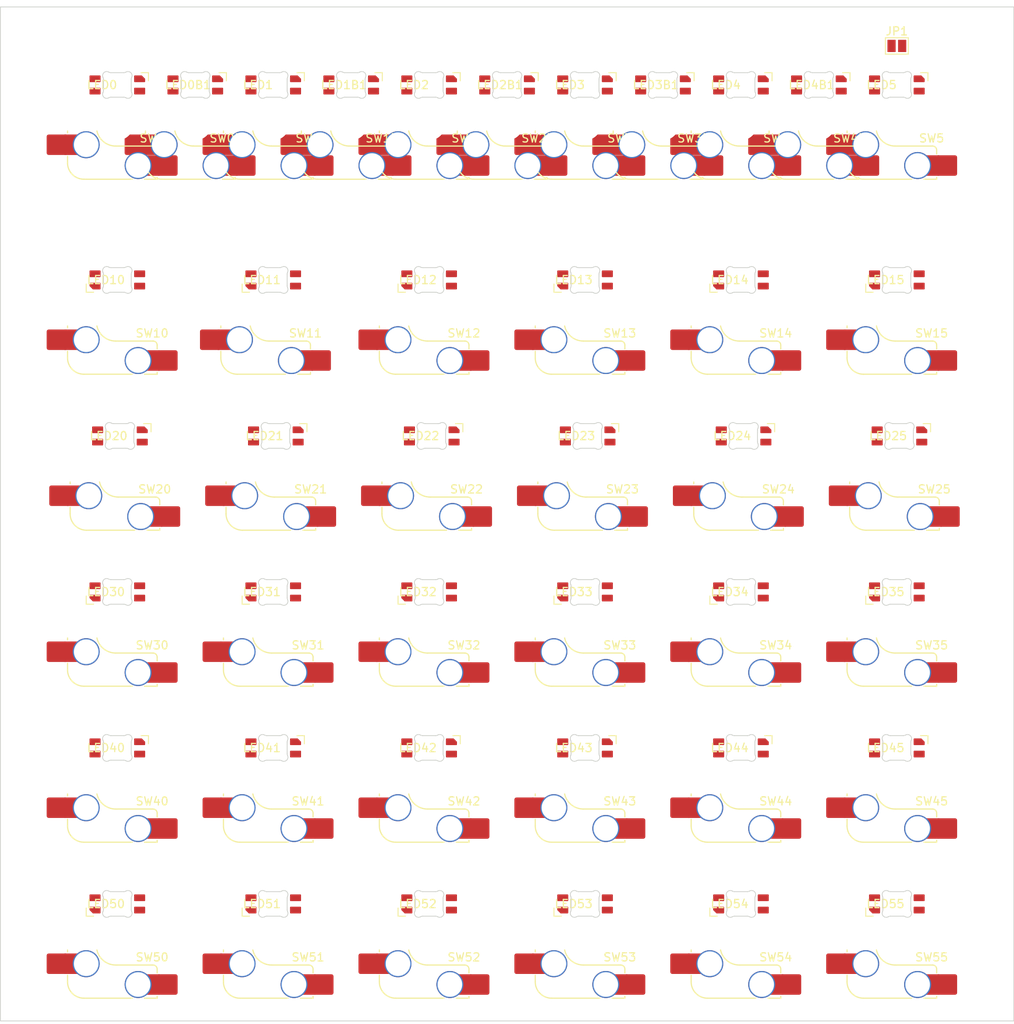
<source format=kicad_pcb>
(kicad_pcb (version 20211014) (generator pcbnew)
  (layers (0 "F.Cu" signal) (31 "B.Cu" signal) (34 "B.Paste" user) (35 "F.Paste" user) (36 "B.SilkS" user "B.Silkscreen") (37 "F.SilkS" user "F.Silkscreen") (38 "B.Mask" user) (39 "F.Mask" user) (44 "Edge.Cuts" user))
  (net 0 "")
  (net 1 "row2")
  (net 2 "col0")
  (net 3 "row0")
  (net 4 "col1")
  (net 5 "col2")
  (net 6 "col3")
  (net 7 "row1")
  (net 8 "row5")
  (net 9 "col5")
  (net 10 "row3")
  (net 11 "row4")
  (net 12 "col4")
  (net 13 "+5V")
  (net 14 "GND")
  (net 15 "Net-(LED10-Pad3)")
  (net 16 "Net-(LED11-Pad3)")
  (net 17 "Net-(LED13-Pad2)")
  (net 18 "Net-(LED20-Pad3)")
  (net 19 "Net-(LED14-Pad2)")
  (net 20 "Net-(LED21-Pad3)")
  (net 21 "Net-(LED23-Pad3)")
  (net 22 "Net-(LED0-Pad3)")
  (net 23 "Net-(LED3-Pad3)")
  (net 24 "Net-(LED4-Pad3)")
  (net 25 "Net-(LED11-Pad2)")
  (net 26 "Net-(LED12-Pad2)")
  (net 27 "Net-(LED25-Pad3)")
  (net 28 "Net-(LED30-Pad3)")
  (net 29 "Net-(LED23-Pad2)")
  (net 30 "Net-(LED24-Pad3)")
  (net 31 "Net-(LED30-Pad2)")
  (net 32 "Net-(LED31-Pad2)")
  (net 33 "Net-(LED32-Pad2)")
  (net 34 "Net-(LED33-Pad2)")
  (net 35 "Net-(LED34-Pad2)")
  (net 36 "Net-(LED35-Pad2)")
  (net 37 "Net-(LED40-Pad2)")
  (net 38 "Net-(LED40-Pad3)")
  (net 39 "Net-(LED41-Pad3)")
  (net 40 "Net-(LED42-Pad3)")
  (net 41 "Net-(LED43-Pad3)")
  (net 42 "Net-(LED44-Pad3)")
  (net 43 "Net-(LED50-Pad2)")
  (net 44 "Net-(LED51-Pad2)")
  (net 45 "Net-(LED52-Pad2)")
  (net 46 "Net-(LED53-Pad2)")
  (net 47 "Net-(LED54-Pad2)")
  (net 48 "Net-(LED1B1-Pad3)")
  (net 49 "Net-(LED2B1-Pad3)")
  (net 50 "LEDIN")
  (net 51 "LEDOUT")
  (footprint "marbastlib-mx:LED_MX_6028R-FLIPPED" (layer "F.Cu") (at 123.825 133.35 180)
    (fp_text reference "LED54")
    (fp_text value "MX_SK6812MINI-E" hide)
    (fp_line (start 1.699999 0.702843) (end 1.699999 -0.702841) (layer "Edge.Cuts") (width 0.1))
    (fp_line (start -1.699999 -0.702841) (end -1.699999 0.702843) (layer "Edge.Cuts") (width 0.1))
    (fp_line (start 0.794452 -1.499999) (end -0.794452 -1.499999) (layer "Edge.Cuts") (width 0.1))
    (fp_line (start -0.794452 1.5) (end 0.794453 1.5) (layer "Edge.Cuts") (width 0.1))
    (fp_arc (start 0.794453 1.5) (mid 0.925123 1.517377) (end 1.046711 1.568299) (layer "Edge.Cuts") (width 0.1))
    (fp_arc (start -1.749484 -0.919719) (mid -1.63807 -1.504033) (end -1.046711 -1.568296) (layer "Edge.Cuts") (width 0.1))
    (fp_arc (start 1.749484 0.919721) (mid 1.712518 0.81407) (end 1.699999 0.702844) (layer "Edge.Cuts") (width 0.1))
    (fp_arc (start 1.699999 -0.702841) (mid 1.712528 -0.814067) (end 1.749484 -0.919719) (layer "Edge.Cuts") (width 0.1))
    (fp_arc (start -1.699999 0.702843) (mid -1.712527 0.814069) (end -1.749484 0.919721) (layer "Edge.Cuts") (width 0.1))
    (fp_arc (start 1.046711 -1.568298) (mid 1.638071 -1.504035) (end 1.749484 -0.919718) (layer "Edge.Cuts") (width 0.1))
    (fp_arc (start -1.046711 1.5683) (mid -0.925123 1.517378) (end -0.794453 1.500001) (layer "Edge.Cuts") (width 0.1))
    (fp_arc (start -1.749484 -0.919719) (mid -1.712527 -0.814067) (end -1.699999 -0.702842) (layer "Edge.Cuts") (width 0.1))
    (fp_arc (start 1.749484 0.919721) (mid 1.63807 1.504035) (end 1.046711 1.568299) (layer "Edge.Cuts") (width 0.1))
    (fp_arc (start -0.794452 -1.499999) (mid -0.925122 -1.517376) (end -1.04671 -1.568298) (layer "Edge.Cuts") (width 0.1))
    (fp_arc (start -1.046711 1.5683) (mid -1.638071 1.504036) (end -1.749484 0.919721) (layer "Edge.Cuts") (width 0.1))
    (fp_arc (start 1.046711 -1.568298) (mid 0.925123 -1.517376) (end 0.794452 -1.499999) (layer "Edge.Cuts") (width 0.1))
  )
  (footprint "marbastlib-mx:LED_MX_6028R-FLIPPED" (layer "F.Cu") (at 85.725 95.25 180)
    (fp_text reference "LED32")
    (fp_text value "MX_SK6812MINI-E" hide)
    (fp_line (start -0.794452 1.5) (end 0.794453 1.5) (layer "Edge.Cuts") (width 0.1))
    (fp_line (start 0.794452 -1.499999) (end -0.794452 -1.499999) (layer "Edge.Cuts") (width 0.1))
    (fp_line (start 1.699999 0.702843) (end 1.699999 -0.702841) (layer "Edge.Cuts") (width 0.1))
    (fp_line (start -1.699999 -0.702841) (end -1.699999 0.702843) (layer "Edge.Cuts") (width 0.1))
    (fp_arc (start -1.749484 -0.919719) (mid -1.712527 -0.814067) (end -1.699999 -0.702842) (layer "Edge.Cuts") (width 0.1))
    (fp_arc (start 1.046711 -1.568298) (mid 1.638071 -1.504035) (end 1.749484 -0.919718) (layer "Edge.Cuts") (width 0.1))
    (fp_arc (start -0.794452 -1.499999) (mid -0.925122 -1.517376) (end -1.04671 -1.568298) (layer "Edge.Cuts") (width 0.1))
    (fp_arc (start 1.749484 0.919721) (mid 1.63807 1.504035) (end 1.046711 1.568299) (layer "Edge.Cuts") (width 0.1))
    (fp_arc (start -1.749484 -0.919719) (mid -1.63807 -1.504033) (end -1.046711 -1.568296) (layer "Edge.Cuts") (width 0.1))
    (fp_arc (start 0.794453 1.5) (mid 0.925123 1.517377) (end 1.046711 1.568299) (layer "Edge.Cuts") (width 0.1))
    (fp_arc (start 1.046711 -1.568298) (mid 0.925123 -1.517376) (end 0.794452 -1.499999) (layer "Edge.Cuts") (width 0.1))
    (fp_arc (start 1.749484 0.919721) (mid 1.712518 0.81407) (end 1.699999 0.702844) (layer "Edge.Cuts") (width 0.1))
    (fp_arc (start -1.046711 1.5683) (mid -1.638071 1.504036) (end -1.749484 0.919721) (layer "Edge.Cuts") (width 0.1))
    (fp_arc (start -1.699999 0.702843) (mid -1.712527 0.814069) (end -1.749484 0.919721) (layer "Edge.Cuts") (width 0.1))
    (fp_arc (start 1.699999 -0.702841) (mid 1.712528 -0.814067) (end 1.749484 -0.919719) (layer "Edge.Cuts") (width 0.1))
    (fp_arc (start -1.046711 1.5683) (mid -0.925123 1.517378) (end -0.794453 1.500001) (layer "Edge.Cuts") (width 0.1))
  )
  (footprint "marbastlib-mx:LED_MX_6028R" (layer "F.Cu") (at 76.2 33.3375 180)
    (fp_text reference "LED1B1")
    (fp_text value "MX_SK6812MINI-E" hide)
    (fp_line (start -0.794452 1.499999) (end 0.794452 1.499999) (layer "Edge.Cuts") (width 0.1))
    (fp_line (start 1.699999 0.702841) (end 1.699999 -0.702843) (layer "Edge.Cuts") (width 0.1))
    (fp_line (start 0.794452 -1.5) (end -0.794453 -1.5) (layer "Edge.Cuts") (width 0.1))
    (fp_line (start -1.699999 -0.702843) (end -1.699999 0.702841) (layer "Edge.Cuts") (width 0.1))
    (fp_arc (start 0.794452 1.499999) (mid 0.925122 1.517376) (end 1.04671 1.568298) (layer "Edge.Cuts") (width 0.1))
    (fp_arc (start -1.046711 1.568298) (mid -1.638072 1.504034) (end -1.749484 0.919718) (layer "Edge.Cuts") (width 0.1))
    (fp_arc (start -0.794453 -1.5) (mid -0.925123 -1.517377) (end -1.046711 -1.568299) (layer "Edge.Cuts") (width 0.1))
    (fp_arc (start -1.749484 -0.919721) (mid -1.638071 -1.504036) (end -1.046711 -1.568299) (layer "Edge.Cuts") (width 0.1))
    (fp_arc (start 1.046711 -1.5683) (mid 0.925123 -1.517378) (end 0.794453 -1.500001) (layer "Edge.Cuts") (width 0.1))
    (fp_arc (start 1.749484 0.919719) (mid 1.712519 0.814068) (end 1.699999 0.702842) (layer "Edge.Cuts") (width 0.1))
    (fp_arc (start 1.699999 -0.702843) (mid 1.712528 -0.814069) (end 1.749484 -0.919721) (layer "Edge.Cuts") (width 0.1))
    (fp_arc (start 1.046711 -1.5683) (mid 1.638072 -1.504036) (end 1.749484 -0.919721) (layer "Edge.Cuts") (width 0.1))
    (fp_arc (start -1.699999 0.702841) (mid -1.712527 0.814067) (end -1.749484 0.919719) (layer "Edge.Cuts") (width 0.1))
    (fp_arc (start -1.046711 1.568298) (mid -0.925123 1.517376) (end -0.794452 1.499999) (layer "Edge.Cuts") (width 0.1))
    (fp_arc (start -1.749484 -0.919721) (mid -1.712527 -0.814069) (end -1.699999 -0.702844) (layer "Edge.Cuts") (width 0.1))
    (fp_arc (start 1.749484 0.919719) (mid 1.63807 1.504033) (end 1.046711 1.568296) (layer "Edge.Cuts") (width 0.1))
  )
  (footprint "marbastlib-mx:LED_MX_6028R-FLIPPED" (layer "F.Cu") (at 123.825 95.25 180)
    (fp_text reference "LED34")
    (fp_text value "MX_SK6812MINI-E" hide)
    (fp_line (start -0.794452 1.5) (end 0.794453 1.5) (layer "Edge.Cuts") (width 0.1))
    (fp_line (start -1.699999 -0.702841) (end -1.699999 0.702843) (layer "Edge.Cuts") (width 0.1))
    (fp_line (start 0.794452 -1.499999) (end -0.794452 -1.499999) (layer "Edge.Cuts") (width 0.1))
    (fp_line (start 1.699999 0.702843) (end 1.699999 -0.702841) (layer "Edge.Cuts") (width 0.1))
    (fp_arc (start 1.046711 -1.568298) (mid 1.638071 -1.504035) (end 1.749484 -0.919718) (layer "Edge.Cuts") (width 0.1))
    (fp_arc (start -1.046711 1.5683) (mid -0.925123 1.517378) (end -0.794453 1.500001) (layer "Edge.Cuts") (width 0.1))
    (fp_arc (start 1.749484 0.919721) (mid 1.63807 1.504035) (end 1.046711 1.568299) (layer "Edge.Cuts") (width 0.1))
    (fp_arc (start -1.699999 0.702843) (mid -1.712527 0.814069) (end -1.749484 0.919721) (layer "Edge.Cuts") (width 0.1))
    (fp_arc (start -1.749484 -0.919719) (mid -1.63807 -1.504033) (end -1.046711 -1.568296) (layer "Edge.Cuts") (width 0.1))
    (fp_arc (start 1.699999 -0.702841) (mid 1.712528 -0.814067) (end 1.749484 -0.919719) (layer "Edge.Cuts") (width 0.1))
    (fp_arc (start -1.749484 -0.919719) (mid -1.712527 -0.814067) (end -1.699999 -0.702842) (layer "Edge.Cuts") (width 0.1))
    (fp_arc (start 1.046711 -1.568298) (mid 0.925123 -1.517376) (end 0.794452 -1.499999) (layer "Edge.Cuts") (width 0.1))
    (fp_arc (start 0.794453 1.5) (mid 0.925123 1.517377) (end 1.046711 1.568299) (layer "Edge.Cuts") (width 0.1))
    (fp_arc (start -0.794452 -1.499999) (mid -0.925122 -1.517376) (end -1.04671 -1.568298) (layer "Edge.Cuts") (width 0.1))
    (fp_arc (start -1.046711 1.5683) (mid -1.638071 1.504036) (end -1.749484 0.919721) (layer "Edge.Cuts") (width 0.1))
    (fp_arc (start 1.749484 0.919721) (mid 1.712518 0.81407) (end 1.699999 0.702844) (layer "Edge.Cuts") (width 0.1))
  )
  (footprint "marbastlib-mx:LED_MX_6028R-FLIPPED" (layer "F.Cu") (at 104.775 57.15 180)
    (fp_text reference "LED13")
    (fp_text value "MX_SK6812MINI-E" hide)
    (fp_line (start 1.699999 0.702843) (end 1.699999 -0.702841) (layer "Edge.Cuts") (width 0.1))
    (fp_line (start -1.699999 -0.702841) (end -1.699999 0.702843) (layer "Edge.Cuts") (width 0.1))
    (fp_line (start -0.794452 1.5) (end 0.794453 1.5) (layer "Edge.Cuts") (width 0.1))
    (fp_line (start 0.794452 -1.499999) (end -0.794452 -1.499999) (layer "Edge.Cuts") (width 0.1))
    (fp_arc (start 1.046711 -1.568298) (mid 1.638071 -1.504035) (end 1.749484 -0.919718) (layer "Edge.Cuts") (width 0.1))
    (fp_arc (start 1.749484 0.919721) (mid 1.712518 0.81407) (end 1.699999 0.702844) (layer "Edge.Cuts") (width 0.1))
    (fp_arc (start -1.046711 1.5683) (mid -0.925123 1.517378) (end -0.794453 1.500001) (layer "Edge.Cuts") (width 0.1))
    (fp_arc (start -1.749484 -0.919719) (mid -1.63807 -1.504033) (end -1.046711 -1.568296) (layer "Edge.Cuts") (width 0.1))
    (fp_arc (start -1.699999 0.702843) (mid -1.712527 0.814069) (end -1.749484 0.919721) (layer "Edge.Cuts") (width 0.1))
    (fp_arc (start 0.794453 1.5) (mid 0.925123 1.517377) (end 1.046711 1.568299) (layer "Edge.Cuts") (width 0.1))
    (fp_arc (start -1.749484 -0.919719) (mid -1.712527 -0.814067) (end -1.699999 -0.702842) (layer "Edge.Cuts") (width 0.1))
    (fp_arc (start 1.699999 -0.702841) (mid 1.712528 -0.814067) (end 1.749484 -0.919719) (layer "Edge.Cuts") (width 0.1))
    (fp_arc (start 1.749484 0.919721) (mid 1.63807 1.504035) (end 1.046711 1.568299) (layer "Edge.Cuts") (width 0.1))
    (fp_arc (start -0.794452 -1.499999) (mid -0.925122 -1.517376) (end -1.04671 -1.568298) (layer "Edge.Cuts") (width 0.1))
    (fp_arc (start -1.046711 1.5683) (mid -1.638071 1.504036) (end -1.749484 0.919721) (layer "Edge.Cuts") (width 0.1))
    (fp_arc (start 1.046711 -1.568298) (mid 0.925123 -1.517376) (end 0.794452 -1.499999) (layer "Edge.Cuts") (width 0.1))
  )
  (footprint "marbastlib-mx:SW_MX_HS_1u" (layer "F.Cu") (at 142.875 119.0625 180)
    (fp_text reference "SW45")
    (fp_text value "MX_SW_HS" hide)
  )
  (footprint "marbastlib-mx:SW_MX_HS_1u" (layer "F.Cu") (at 104.775 100.0125 180)
    (fp_text reference "SW33")
    (fp_text value "MX_SW_HS" hide)
  )
  (footprint "marbastlib-mx:SW_MX_HS_1u" (layer "F.Cu") (at 142.875 61.9125 180)
    (fp_text reference "SW15")
    (fp_text value "MX_SW_HS" hide)
  )
  (footprint "marbastlib-mx:LED_MX_6028R-FLIPPED" (layer "F.Cu") (at 142.875 133.35 180)
    (fp_text reference "LED55")
    (fp_text value "MX_SK6812MINI-E" hide)
    (fp_line (start 1.699999 0.702843) (end 1.699999 -0.702841) (layer "Edge.Cuts") (width 0.1))
    (fp_line (start -0.794452 1.5) (end 0.794453 1.5) (layer "Edge.Cuts") (width 0.1))
    (fp_line (start 0.794452 -1.499999) (end -0.794452 -1.499999) (layer "Edge.Cuts") (width 0.1))
    (fp_line (start -1.699999 -0.702841) (end -1.699999 0.702843) (layer "Edge.Cuts") (width 0.1))
    (fp_arc (start -1.749484 -0.919719) (mid -1.712527 -0.814067) (end -1.699999 -0.702842) (layer "Edge.Cuts") (width 0.1))
    (fp_arc (start -1.046711 1.5683) (mid -0.925123 1.517378) (end -0.794453 1.500001) (layer "Edge.Cuts") (width 0.1))
    (fp_arc (start 0.794453 1.5) (mid 0.925123 1.517377) (end 1.046711 1.568299) (layer "Edge.Cuts") (width 0.1))
    (fp_arc (start 1.749484 0.919721) (mid 1.63807 1.504035) (end 1.046711 1.568299) (layer "Edge.Cuts") (width 0.1))
    (fp_arc (start 1.749484 0.919721) (mid 1.712518 0.81407) (end 1.699999 0.702844) (layer "Edge.Cuts") (width 0.1))
    (fp_arc (start -0.794452 -1.499999) (mid -0.925122 -1.517376) (end -1.04671 -1.568298) (layer "Edge.Cuts") (width 0.1))
    (fp_arc (start -1.749484 -0.919719) (mid -1.63807 -1.504033) (end -1.046711 -1.568296) (layer "Edge.Cuts") (width 0.1))
    (fp_arc (start 1.699999 -0.702841) (mid 1.712528 -0.814067) (end 1.749484 -0.919719) (layer "Edge.Cuts") (width 0.1))
    (fp_arc (start -1.046711 1.5683) (mid -1.638071 1.504036) (end -1.749484 0.919721) (layer "Edge.Cuts") (width 0.1))
    (fp_arc (start 1.046711 -1.568298) (mid 1.638071 -1.504035) (end 1.749484 -0.919718) (layer "Edge.Cuts") (width 0.1))
    (fp_arc (start 1.046711 -1.568298) (mid 0.925123 -1.517376) (end 0.794452 -1.499999) (layer "Edge.Cuts") (width 0.1))
    (fp_arc (start -1.699999 0.702843) (mid -1.712527 0.814069) (end -1.749484 0.919721) (layer "Edge.Cuts") (width 0.1))
  )
  (footprint "marbastlib-mx:SW_MX_HS_1u" (layer "F.Cu") (at 104.775 61.9125 180)
    (fp_text reference "SW13")
    (fp_text value "MX_SW_HS" hide)
  )
  (footprint "marbastlib-mx:SW_MX_HS_1u" (layer "F.Cu") (at 66.675 100.0125 180)
    (fp_text reference "SW31")
    (fp_text value "MX_SW_HS" hide)
  )
  (footprint "marbastlib-mx:SW_MX_HS_1u" (layer "F.Cu") (at 66.675 138.1125 180)
    (fp_text reference "SW51")
    (fp_text value "MX_SW_HS" hide)
  )
  (footprint "marbastlib-mx:SW_MX_HS_1u" (layer "F.Cu") (at 57.15 38.1 180)
    (fp_text reference "SW0B1")
    (fp_text value "MX_SW_HS" hide)
  )
  (footprint "marbastlib-mx:SW_MX_HS_1u" (layer "F.Cu") (at 66.3575 61.9125 180)
    (fp_text reference "SW11")
    (fp_text value "MX_SW_HS" hide)
  )
  (footprint "marbastlib-mx:SW_MX_HS_1u" (layer "F.Cu") (at 104.775 38.1 180)
    (fp_text reference "SW3")
    (fp_text value "MX_SW_HS" hide)
  )
  (footprint "marbastlib-mx:LED_MX_6028R-FLIPPED" (layer "F.Cu") (at 104.775 133.35 180)
    (fp_text reference "LED53")
    (fp_text value "MX_SK6812MINI-E" hide)
    (fp_line (start 1.699999 0.702843) (end 1.699999 -0.702841) (layer "Edge.Cuts") (width 0.1))
    (fp_line (start -1.699999 -0.702841) (end -1.699999 0.702843) (layer "Edge.Cuts") (width 0.1))
    (fp_line (start 0.794452 -1.499999) (end -0.794452 -1.499999) (layer "Edge.Cuts") (width 0.1))
    (fp_line (start -0.794452 1.5) (end 0.794453 1.5) (layer "Edge.Cuts") (width 0.1))
    (fp_arc (start -1.749484 -0.919719) (mid -1.712527 -0.814067) (end -1.699999 -0.702842) (layer "Edge.Cuts") (width 0.1))
    (fp_arc (start 1.046711 -1.568298) (mid 0.925123 -1.517376) (end 0.794452 -1.499999) (layer "Edge.Cuts") (width 0.1))
    (fp_arc (start -1.046711 1.5683) (mid -0.925123 1.517378) (end -0.794453 1.500001) (layer "Edge.Cuts") (width 0.1))
    (fp_arc (start -1.046711 1.5683) (mid -1.638071 1.504036) (end -1.749484 0.919721) (layer "Edge.Cuts") (width 0.1))
    (fp_arc (start 1.046711 -1.568298) (mid 1.638071 -1.504035) (end 1.749484 -0.919718) (layer "Edge.Cuts") (width 0.1))
    (fp_arc (start -1.749484 -0.919719) (mid -1.63807 -1.504033) (end -1.046711 -1.568296) (layer "Edge.Cuts") (width 0.1))
    (fp_arc (start -1.699999 0.702843) (mid -1.712527 0.814069) (end -1.749484 0.919721) (layer "Edge.Cuts") (width 0.1))
    (fp_arc (start 1.699999 -0.702841) (mid 1.712528 -0.814067) (end 1.749484 -0.919719) (layer "Edge.Cuts") (width 0.1))
    (fp_arc (start 1.749484 0.919721) (mid 1.712518 0.81407) (end 1.699999 0.702844) (layer "Edge.Cuts") (width 0.1))
    (fp_arc (start -0.794452 -1.499999) (mid -0.925122 -1.517376) (end -1.04671 -1.568298) (layer "Edge.Cuts") (width 0.1))
    (fp_arc (start 0.794453 1.5) (mid 0.925123 1.517377) (end 1.046711 1.568299) (layer "Edge.Cuts") (width 0.1))
    (fp_arc (start 1.749484 0.919721) (mid 1.63807 1.504035) (end 1.046711 1.568299) (layer "Edge.Cuts") (width 0.1))
  )
  (footprint "marbastlib-mx:SW_MX_HS_1u" (layer "F.Cu") (at 47.625 38.1 180)
    (fp_text reference "SW0")
    (fp_text value "MX_SW_HS" hide)
  )
  (footprint "marbastlib-mx:LED_MX_6028R" (layer "F.Cu") (at 123.825 33.3375 180)
    (fp_text reference "LED4")
    (fp_text value "MX_SK6812MINI-E" hide)
    (fp_line (start 0.794452 -1.5) (end -0.794453 -1.5) (layer "Edge.Cuts") (width 0.1))
    (fp_line (start -1.699999 -0.702843) (end -1.699999 0.702841) (layer "Edge.Cuts") (width 0.1))
    (fp_line (start -0.794452 1.499999) (end 0.794452 1.499999) (layer "Edge.Cuts") (width 0.1))
    (fp_line (start 1.699999 0.702841) (end 1.699999 -0.702843) (layer "Edge.Cuts") (width 0.1))
    (fp_arc (start -1.046711 1.568298) (mid -0.925123 1.517376) (end -0.794452 1.499999) (layer "Edge.Cuts") (width 0.1))
    (fp_arc (start 0.794452 1.499999) (mid 0.925122 1.517376) (end 1.04671 1.568298) (layer "Edge.Cuts") (width 0.1))
    (fp_arc (start -0.794453 -1.5) (mid -0.925123 -1.517377) (end -1.046711 -1.568299) (layer "Edge.Cuts") (width 0.1))
    (fp_arc (start 1.749484 0.919719) (mid 1.63807 1.504033) (end 1.046711 1.568296) (layer "Edge.Cuts") (width 0.1))
    (fp_arc (start -1.699999 0.702841) (mid -1.712527 0.814067) (end -1.749484 0.919719) (layer "Edge.Cuts") (width 0.1))
    (fp_arc (start -1.749484 -0.919721) (mid -1.712527 -0.814069) (end -1.699999 -0.702844) (layer "Edge.Cuts") (width 0.1))
    (fp_arc (start 1.046711 -1.5683) (mid 0.925123 -1.517378) (end 0.794453 -1.500001) (layer "Edge.Cuts") (width 0.1))
    (fp_arc (start 1.699999 -0.702843) (mid 1.712528 -0.814069) (end 1.749484 -0.919721) (layer "Edge.Cuts") (width 0.1))
    (fp_arc (start -1.046711 1.568298) (mid -1.638072 1.504034) (end -1.749484 0.919718) (layer "Edge.Cuts") (width 0.1))
    (fp_arc (start 1.046711 -1.5683) (mid 1.638072 -1.504036) (end 1.749484 -0.919721) (layer "Edge.Cuts") (width 0.1))
    (fp_arc (start -1.749484 -0.919721) (mid -1.638071 -1.504036) (end -1.046711 -1.568299) (layer "Edge.Cuts") (width 0.1))
    (fp_arc (start 1.749484 0.919719) (mid 1.712519 0.814068) (end 1.699999 0.702842) (layer "Edge.Cuts") (width 0.1))
  )
  (footprint "marbastlib-mx:SW_MX_HS_1u" (layer "F.Cu") (at 47.625 61.9125 180)
    (fp_text reference "SW10")
    (fp_text value "MX_SW_HS" hide)
  )
  (footprint "marbastlib-mx:LED_MX_6028R" (layer "F.Cu") (at 85.725 33.3375 180)
    (fp_text reference "LED2")
    (fp_text value "MX_SK6812MINI-E" hide)
    (fp_line (start 1.699999 0.702841) (end 1.699999 -0.702843) (layer "Edge.Cuts") (width 0.1))
    (fp_line (start -0.794452 1.499999) (end 0.794452 1.499999) (layer "Edge.Cuts") (width 0.1))
    (fp_line (start 0.794452 -1.5) (end -0.794453 -1.5) (layer "Edge.Cuts") (width 0.1))
    (fp_line (start -1.699999 -0.702843) (end -1.699999 0.702841) (layer "Edge.Cuts") (width 0.1))
    (fp_arc (start 1.699999 -0.702843) (mid 1.712528 -0.814069) (end 1.749484 -0.919721) (layer "Edge.Cuts") (width 0.1))
    (fp_arc (start 0.794452 1.499999) (mid 0.925122 1.517376) (end 1.04671 1.568298) (layer "Edge.Cuts") (width 0.1))
    (fp_arc (start -1.046711 1.568298) (mid -0.925123 1.517376) (end -0.794452 1.499999) (layer "Edge.Cuts") (width 0.1))
    (fp_arc (start -1.699999 0.702841) (mid -1.712527 0.814067) (end -1.749484 0.919719) (layer "Edge.Cuts") (width 0.1))
    (fp_arc (start 1.749484 0.919719) (mid 1.63807 1.504033) (end 1.046711 1.568296) (layer "Edge.Cuts") (width 0.1))
    (fp_arc (start 1.046711 -1.5683) (mid 0.925123 -1.517378) (end 0.794453 -1.500001) (layer "Edge.Cuts") (width 0.1))
    (fp_arc (start 1.749484 0.919719) (mid 1.712519 0.814068) (end 1.699999 0.702842) (layer "Edge.Cuts") (width 0.1))
    (fp_arc (start -1.749484 -0.919721) (mid -1.638071 -1.504036) (end -1.046711 -1.568299) (layer "Edge.Cuts") (width 0.1))
    (fp_arc (start -1.749484 -0.919721) (mid -1.712527 -0.814069) (end -1.699999 -0.702844) (layer "Edge.Cuts") (width 0.1))
    (fp_arc (start -1.046711 1.568298) (mid -1.638072 1.504034) (end -1.749484 0.919718) (layer "Edge.Cuts") (width 0.1))
    (fp_arc (start -0.794453 -1.5) (mid -0.925123 -1.517377) (end -1.046711 -1.568299) (layer "Edge.Cuts") (width 0.1))
    (fp_arc (start 1.046711 -1.5683) (mid 1.638072 -1.504036) (end 1.749484 -0.919721) (layer "Edge.Cuts") (width 0.1))
  )
  (footprint "marbastlib-mx:SW_MX_HS_1u" (layer "F.Cu") (at 85.725 138.1125 180)
    (fp_text reference "SW52")
    (fp_text value "MX_SW_HS" hide)
  )
  (footprint "marbastlib-mx:SW_MX_HS_1u" (layer "F.Cu") (at 123.825 100.0125 180)
    (fp_text reference "SW34")
    (fp_text value "MX_SW_HS" hide)
  )
  (footprint "marbastlib-mx:SW_MX_HS_1u" (layer "F.Cu") (at 47.625 138.1125 180)
    (fp_text reference "SW50")
    (fp_text value "MX_SW_HS" hide)
  )
  (footprint "marbastlib-mx:SW_MX_HS_1u" (layer "F.Cu") (at 66.9925 80.9625 180)
    (fp_text reference "SW21")
    (fp_text value "MX_SW_HS" hide)
  )
  (footprint "marbastlib-mx:SW_MX_HS_1u" (layer "F.Cu") (at 85.725 100.0125 180)
    (fp_text reference "SW32")
    (fp_text value "MX_SW_HS" hide)
  )
  (footprint "marbastlib-mx:SW_MX_HS_1u" (layer "F.Cu") (at 85.725 38.1 180)
    (fp_text reference "SW2")
    (fp_text value "MX_SW_HS" hide)
  )
  (footprint "marbastlib-mx:LED_MX_6028R-FLIPPED" (layer "F.Cu") (at 85.725 57.15 180)
    (fp_text reference "LED12")
    (fp_text value "MX_SK6812MINI-E" hide)
    (fp_line (start -1.699999 -0.702841) (end -1.699999 0.702843) (layer "Edge.Cuts") (width 0.1))
    (fp_line (start 0.794452 -1.499999) (end -0.794452 -1.499999) (layer "Edge.Cuts") (width 0.1))
    (fp_line (start -0.794452 1.5) (end 0.794453 1.5) (layer "Edge.Cuts") (width 0.1))
    (fp_line (start 1.699999 0.702843) (end 1.699999 -0.702841) (layer "Edge.Cuts") (width 0.1))
    (fp_arc (start 1.046711 -1.568298) (mid 0.925123 -1.517376) (end 0.794452 -1.499999) (layer "Edge.Cuts") (width 0.1))
    (fp_arc (start 1.046711 -1.568298) (mid 1.638071 -1.504035) (end 1.749484 -0.919718) (layer "Edge.Cuts") (width 0.1))
    (fp_arc (start -1.749484 -0.919719) (mid -1.712527 -0.814067) (end -1.699999 -0.702842) (layer "Edge.Cuts") (width 0.1))
    (fp_arc (start 1.699999 -0.702841) (mid 1.712528 -0.814067) (end 1.749484 -0.919719) (layer "Edge.Cuts") (width 0.1))
    (fp_arc (start -1.046711 1.5683) (mid -0.925123 1.517378) (end -0.794453 1.500001) (layer "Edge.Cuts") (width 0.1))
    (fp_arc (start 0.794453 1.5) (mid 0.925123 1.517377) (end 1.046711 1.568299) (layer "Edge.Cuts") (width 0.1))
    (fp_arc (start -1.699999 0.702843) (mid -1.712527 0.814069) (end -1.749484 0.919721) (layer "Edge.Cuts") (width 0.1))
    (fp_arc (start -1.749484 -0.919719) (mid -1.63807 -1.504033) (end -1.046711 -1.568296) (layer "Edge.Cuts") (width 0.1))
    (fp_arc (start -0.794452 -1.499999) (mid -0.925122 -1.517376) (end -1.04671 -1.568298) (layer "Edge.Cuts") (width 0.1))
    (fp_arc (start 1.749484 0.919721) (mid 1.63807 1.504035) (end 1.046711 1.568299) (layer "Edge.Cuts") (width 0.1))
    (fp_arc (start 1.749484 0.919721) (mid 1.712518 0.81407) (end 1.699999 0.702844) (layer "Edge.Cuts") (width 0.1))
    (fp_arc (start -1.046711 1.5683) (mid -1.638071 1.504036) (end -1.749484 0.919721) (layer "Edge.Cuts") (width 0.1))
  )
  (footprint "marbastlib-mx:LED_MX_6028R-FLIPPED" (layer "F.Cu") (at 66.675 57.15 180)
    (fp_text reference "LED11")
    (fp_text value "MX_SK6812MINI-E" hide)
    (fp_line (start 0.794452 -1.499999) (end -0.794452 -1.499999) (layer "Edge.Cuts") (width 0.1))
    (fp_line (start 1.699999 0.702843) (end 1.699999 -0.702841) (layer "Edge.Cuts") (width 0.1))
    (fp_line (start -1.699999 -0.702841) (end -1.699999 0.702843) (layer "Edge.Cuts") (width 0.1))
    (fp_line (start -0.794452 1.5) (end 0.794453 1.5) (layer "Edge.Cuts") (width 0.1))
    (fp_arc (start 1.046711 -1.568298) (mid 1.638071 -1.504035) (end 1.749484 -0.919718) (layer "Edge.Cuts") (width 0.1))
    (fp_arc (start 1.699999 -0.702841) (mid 1.712528 -0.814067) (end 1.749484 -0.919719) (layer "Edge.Cuts") (width 0.1))
    (fp_arc (start -1.046711 1.5683) (mid -1.638071 1.504036) (end -1.749484 0.919721) (layer "Edge.Cuts") (width 0.1))
    (fp_arc (start -1.749484 -0.919719) (mid -1.63807 -1.504033) (end -1.046711 -1.568296) (layer "Edge.Cuts") (width 0.1))
    (fp_arc (start 1.749484 0.919721) (mid 1.712518 0.81407) (end 1.699999 0.702844) (layer "Edge.Cuts") (width 0.1))
    (fp_arc (start 0.794453 1.5) (mid 0.925123 1.517377) (end 1.046711 1.568299) (layer "Edge.Cuts") (width 0.1))
    (fp_arc (start -1.046711 1.5683) (mid -0.925123 1.517378) (end -0.794453 1.500001) (layer "Edge.Cuts") (width 0.1))
    (fp_arc (start -1.749484 -0.919719) (mid -1.712527 -0.814067) (end -1.699999 -0.702842) (layer "Edge.Cuts") (width 0.1))
    (fp_arc (start -0.794452 -1.499999) (mid -0.925122 -1.517376) (end -1.04671 -1.568298) (layer "Edge.Cuts") (width 0.1))
    (fp_arc (start 1.046711 -1.568298) (mid 0.925123 -1.517376) (end 0.794452 -1.499999) (layer "Edge.Cuts") (width 0.1))
    (fp_arc (start -1.699999 0.702843) (mid -1.712527 0.814069) (end -1.749484 0.919721) (layer "Edge.Cuts") (width 0.1))
    (fp_arc (start 1.749484 0.919721) (mid 1.63807 1.504035) (end 1.046711 1.568299) (layer "Edge.Cuts") (width 0.1))
  )
  (footprint "marbastlib-mx:LED_MX_6028R" (layer "F.Cu") (at 47.625 33.3375 180)
    (fp_text reference "LED0")
    (fp_text value "MX_SK6812MINI-E" hide)
    (fp_line (start 0.794452 -1.5) (end -0.794453 -1.5) (layer "Edge.Cuts") (width 0.1))
    (fp_line (start -1.699999 -0.702843) (end -1.699999 0.702841) (layer "Edge.Cuts") (width 0.1))
    (fp_line (start -0.794452 1.499999) (end 0.794452 1.499999) (layer "Edge.Cuts") (width 0.1))
    (fp_line (start 1.699999 0.702841) (end 1.699999 -0.702843) (layer "Edge.Cuts") (width 0.1))
    (fp_arc (start 1.046711 -1.5683) (mid 1.638072 -1.504036) (end 1.749484 -0.919721) (layer "Edge.Cuts") (width 0.1))
    (fp_arc (start 1.699999 -0.702843) (mid 1.712528 -0.814069) (end 1.749484 -0.919721) (layer "Edge.Cuts") (width 0.1))
    (fp_arc (start -1.749484 -0.919721) (mid -1.638071 -1.504036) (end -1.046711 -1.568299) (layer "Edge.Cuts") (width 0.1))
    (fp_arc (start 1.046711 -1.5683) (mid 0.925123 -1.517378) (end 0.794453 -1.500001) (layer "Edge.Cuts") (width 0.1))
    (fp_arc (start -1.046711 1.568298) (mid -1.638072 1.504034) (end -1.749484 0.919718) (layer "Edge.Cuts") (width 0.1))
    (fp_arc (start -1.749484 -0.919721) (mid -1.712527 -0.814069) (end -1.699999 -0.702844) (layer "Edge.Cuts") (width 0.1))
    (fp_arc (start -1.046711 1.568298) (mid -0.925123 1.517376) (end -0.794452 1.499999) (layer "Edge.Cuts") (width 0.1))
    (fp_arc (start 1.749484 0.919719) (mid 1.63807 1.504033) (end 1.046711 1.568296) (layer "Edge.Cuts") (width 0.1))
    (fp_arc (start 1.749484 0.919719) (mid 1.712519 0.814068) (end 1.699999 0.702842) (layer "Edge.Cuts") (width 0.1))
    (fp_arc (start -0.794453 -1.5) (mid -0.925123 -1.517377) (end -1.046711 -1.568299) (layer "Edge.Cuts") (width 0.1))
    (fp_arc (start 0.794452 1.499999) (mid 0.925122 1.517376) (end 1.04671 1.568298) (layer "Edge.Cuts") (width 0.1))
    (fp_arc (start -1.699999 0.702841) (mid -1.712527 0.814067) (end -1.749484 0.919719) (layer "Edge.Cuts") (width 0.1))
  )
  (footprint "marbastlib-mx:SW_MX_HS_1u" (layer "F.Cu") (at 123.825 138.1125 180)
    (fp_text reference "SW54")
    (fp_text value "MX_SW_HS" hide)
  )
  (footprint "marbastlib-mx:LED_MX_6028R" (layer "F.Cu") (at 66.675 114.3 180)
    (fp_text reference "LED41")
    (fp_text value "MX_SK6812MINI-E" hide)
    (fp_line (start -1.699999 -0.702843) (end -1.699999 0.702841) (layer "Edge.Cuts") (width 0.1))
    (fp_line (start 1.699999 0.702841) (end 1.699999 -0.702843) (layer "Edge.Cuts") (width 0.1))
    (fp_line (start -0.794452 1.499999) (end 0.794452 1.499999) (layer "Edge.Cuts") (width 0.1))
    (fp_line (start 0.794452 -1.5) (end -0.794453 -1.5) (layer "Edge.Cuts") (width 0.1))
    (fp_arc (start 1.749484 0.919719) (mid 1.63807 1.504033) (end 1.046711 1.568296) (layer "Edge.Cuts") (width 0.1))
    (fp_arc (start 0.794452 1.499999) (mid 0.925122 1.517376) (end 1.04671 1.568298) (layer "Edge.Cuts") (width 0.1))
    (fp_arc (start 1.749484 0.919719) (mid 1.712519 0.814068) (end 1.699999 0.702842) (layer "Edge.Cuts") (width 0.1))
    (fp_arc (start 1.046711 -1.5683) (mid 0.925123 -1.517378) (end 0.794453 -1.500001) (layer "Edge.Cuts") (width 0.1))
    (fp_arc (start -1.749484 -0.919721) (mid -1.638071 -1.504036) (end -1.046711 -1.568299) (layer "Edge.Cuts") (width 0.1))
    (fp_arc (start 1.699999 -0.702843) (mid 1.712528 -0.814069) (end 1.749484 -0.919721) (layer "Edge.Cuts") (width 0.1))
    (fp_arc (start -0.794453 -1.5) (mid -0.925123 -1.517377) (end -1.046711 -1.568299) (layer "Edge.Cuts") (width 0.1))
    (fp_arc (start -1.046711 1.568298) (mid -1.638072 1.504034) (end -1.749484 0.919718) (layer "Edge.Cuts") (width 0.1))
    (fp_arc (start 1.046711 -1.5683) (mid 1.638072 -1.504036) (end 1.749484 -0.919721) (layer "Edge.Cuts") (width 0.1))
    (fp_arc (start -1.699999 0.702841) (mid -1.712527 0.814067) (end -1.749484 0.919719) (layer "Edge.Cuts") (width 0.1))
    (fp_arc (start -1.046711 1.568298) (mid -0.925123 1.517376) (end -0.794452 1.499999) (layer "Edge.Cuts") (width 0.1))
    (fp_arc (start -1.749484 -0.919721) (mid -1.712527 -0.814069) (end -1.699999 -0.702844) (layer "Edge.Cuts") (width 0.1))
  )
  (footprint "Jumper:SolderJumper-2_P1.3mm_Open_Pad1.0x1.5mm" (layer "F.Cu") (at 142.875 28.575)
    (fp_text reference "JP1")
    (fp_text value "Jumper_2_Open")
  )
  (footprint "marbastlib-mx:LED_MX_6028R" (layer "F.Cu") (at 124.1425 76.2 180)
    (fp_text reference "LED24")
    (fp_text value "MX_SK6812MINI-E" hide)
    (fp_line (start 0.794452 -1.5) (end -0.794453 -1.5) (layer "Edge.Cuts") (width 0.1))
    (fp_line (start -1.699999 -0.702843) (end -1.699999 0.702841) (layer "Edge.Cuts") (width 0.1))
    (fp_line (start -0.794452 1.499999) (end 0.794452 1.499999) (layer "Edge.Cuts") (width 0.1))
    (fp_line (start 1.699999 0.702841) (end 1.699999 -0.702843) (layer "Edge.Cuts") (width 0.1))
    (fp_arc (start 1.749484 0.919719) (mid 1.712519 0.814068) (end 1.699999 0.702842) (layer "Edge.Cuts") (width 0.1))
    (fp_arc (start -1.749484 -0.919721) (mid -1.638071 -1.504036) (end -1.046711 -1.568299) (layer "Edge.Cuts") (width 0.1))
    (fp_arc (start 0.794452 1.499999) (mid 0.925122 1.517376) (end 1.04671 1.568298) (layer "Edge.Cuts") (width 0.1))
    (fp_arc (start -1.046711 1.568298) (mid -0.925123 1.517376) (end -0.794452 1.499999) (layer "Edge.Cuts") (width 0.1))
    (fp_arc (start 1.699999 -0.702843) (mid 1.712528 -0.814069) (end 1.749484 -0.919721) (layer "Edge.Cuts") (width 0.1))
    (fp_arc (start -0.794453 -1.5) (mid -0.925123 -1.517377) (end -1.046711 -1.568299) (layer "Edge.Cuts") (width 0.1))
    (fp_arc (start -1.699999 0.702841) (mid -1.712527 0.814067) (end -1.749484 0.919719) (layer "Edge.Cuts") (width 0.1))
    (fp_arc (start 1.749484 0.919719) (mid 1.63807 1.504033) (end 1.046711 1.568296) (layer "Edge.Cuts") (width 0.1))
    (fp_arc (start 1.046711 -1.5683) (mid 1.638072 -1.504036) (end 1.749484 -0.919721) (layer "Edge.Cuts") (width 0.1))
    (fp_arc (start -1.046711 1.568298) (mid -1.638072 1.504034) (end -1.749484 0.919718) (layer "Edge.Cuts") (width 0.1))
    (fp_arc (start 1.046711 -1.5683) (mid 0.925123 -1.517378) (end 0.794453 -1.500001) (layer "Edge.Cuts") (width 0.1))
    (fp_arc (start -1.749484 -0.919721) (mid -1.712527 -0.814069) (end -1.699999 -0.702844) (layer "Edge.Cuts") (width 0.1))
  )
  (footprint "marbastlib-mx:SW_MX_HS_1u" (layer "F.Cu") (at 114.3 38.1 180)
    (fp_text reference "SW3B1")
    (fp_text value "MX_SW_HS" hide)
  )
  (footprint "marbastlib-mx:SW_MX_HS_1u" (layer "F.Cu") (at 66.675 119.0625 180)
    (fp_text reference "SW41")
    (fp_text value "MX_SW_HS" hide)
  )
  (footprint "marbastlib-mx:SW_MX_HS_1u" (layer "F.Cu") (at 66.675 38.1 180)
    (fp_text reference "SW1")
    (fp_text value "MX_SW_HS" hide)
  )
  (footprint "marbastlib-mx:LED_MX_6028R-FLIPPED" (layer "F.Cu") (at 66.675 95.25 180)
    (fp_text reference "LED31")
    (fp_text value "MX_SK6812MINI-E" hide)
    (fp_line (start -0.794452 1.5) (end 0.794453 1.5) (layer "Edge.Cuts") (width 0.1))
    (fp_line (start 0.794452 -1.499999) (end -0.794452 -1.499999) (layer "Edge.Cuts") (width 0.1))
    (fp_line (start 1.699999 0.702843) (end 1.699999 -0.702841) (layer "Edge.Cuts") (width 0.1))
    (fp_line (start -1.699999 -0.702841) (end -1.699999 0.702843) (layer "Edge.Cuts") (width 0.1))
    (fp_arc (start 0.794453 1.5) (mid 0.925123 1.517377) (end 1.046711 1.568299) (layer "Edge.Cuts") (width 0.1))
    (fp_arc (start -1.749484 -0.919719) (mid -1.63807 -1.504033) (end -1.046711 -1.568296) (layer "Edge.Cuts") (width 0.1))
    (fp_arc (start -1.046711 1.5683) (mid -1.638071 1.504036) (end -1.749484 0.919721) (layer "Edge.Cuts") (width 0.1))
    (fp_arc (start -1.749484 -0.919719) (mid -1.712527 -0.814067) (end -1.699999 -0.702842) (layer "Edge.Cuts") (width 0.1))
    (fp_arc (start 1.749484 0.919721) (mid 1.63807 1.504035) (end 1.046711 1.568299) (layer "Edge.Cuts") (width 0.1))
    (fp_arc (start -0.794452 -1.499999) (mid -0.925122 -1.517376) (end -1.04671 -1.568298) (layer "Edge.Cuts") (width 0.1))
    (fp_arc (start 1.749484 0.919721) (mid 1.712518 0.81407) (end 1.699999 0.702844) (layer "Edge.Cuts") (width 0.1))
    (fp_arc (start -1.699999 0.702843) (mid -1.712527 0.814069) (end -1.749484 0.919721) (layer "Edge.Cuts") (width 0.1))
    (fp_arc (start 1.046711 -1.568298) (mid 0.925123 -1.517376) (end 0.794452 -1.499999) (layer "Edge.Cuts") (width 0.1))
    (fp_arc (start 1.699999 -0.702841) (mid 1.712528 -0.814067) (end 1.749484 -0.919719) (layer "Edge.Cuts") (width 0.1))
    (fp_arc (start -1.046711 1.5683) (mid -0.925123 1.517378) (end -0.794453 1.500001) (layer "Edge.Cuts") (width 0.1))
    (fp_arc (start 1.046711 -1.568298) (mid 1.638071 -1.504035) (end 1.749484 -0.919718) (layer "Edge.Cuts") (width 0.1))
  )
  (footprint "marbastlib-mx:SW_MX_HS_1u" (layer "F.Cu") (at 143.1925 80.9625 180)
    (fp_text reference "SW25")
    (fp_text value "MX_SW_HS" hide)
  )
  (footprint "marbastlib-mx:LED_MX_6028R" (layer "F.Cu") (at 66.675 33.3375 180)
    (fp_text reference "LED1")
    (fp_text value "MX_SK6812MINI-E" hide)
    (fp_line (start 0.794452 -1.5) (end -0.794453 -1.5) (layer "Edge.Cuts") (width 0.1))
    (fp_line (start -0.794452 1.499999) (end 0.794452 1.499999) (layer "Edge.Cuts") (width 0.1))
    (fp_line (start 1.699999 0.702841) (end 1.699999 -0.702843) (layer "Edge.Cuts") (width 0.1))
    (fp_line (start -1.699999 -0.702843) (end -1.699999 0.702841) (layer "Edge.Cuts") (width 0.1))
    (fp_arc (start -0.794453 -1.5) (mid -0.925123 -1.517377) (end -1.046711 -1.568299) (layer "Edge.Cuts") (width 0.1))
    (fp_arc (start 1.046711 -1.5683) (mid 0.925123 -1.517378) (end 0.794453 -1.500001) (layer "Edge.Cuts") (width 0.1))
    (fp_arc (start -1.749484 -0.919721) (mid -1.712527 -0.814069) (end -1.699999 -0.702844) (layer "Edge.Cuts") (width 0.1))
    (fp_arc (start -1.749484 -0.919721) (mid -1.638071 -1.504036) (end -1.046711 -1.568299) (layer "Edge.Cuts") (width 0.1))
    (fp_arc (start -1.699999 0.702841) (mid -1.712527 0.814067) (end -1.749484 0.919719) (layer "Edge.Cuts") (width 0.1))
    (fp_arc (start -1.046711 1.568298) (mid -1.638072 1.504034) (end -1.749484 0.919718) (layer "Edge.Cuts") (width 0.1))
    (fp_arc (start 0.794452 1.499999) (mid 0.925122 1.517376) (end 1.04671 1.568298) (layer "Edge.Cuts") (width 0.1))
    (fp_arc (start 1.046711 -1.5683) (mid 1.638072 -1.504036) (end 1.749484 -0.919721) (layer "Edge.Cuts") (width 0.1))
    (fp_arc (start -1.046711 1.568298) (mid -0.925123 1.517376) (end -0.794452 1.499999) (layer "Edge.Cuts") (width 0.1))
    (fp_arc (start 1.749484 0.919719) (mid 1.63807 1.504033) (end 1.046711 1.568296) (layer "Edge.Cuts") (width 0.1))
    (fp_arc (start 1.749484 0.919719) (mid 1.712519 0.814068) (end 1.699999 0.702842) (layer "Edge.Cuts") (width 0.1))
    (fp_arc (start 1.699999 -0.702843) (mid 1.712528 -0.814069) (end 1.749484 -0.919721) (layer "Edge.Cuts") (width 0.1))
  )
  (footprint "marbastlib-mx:LED_MX_6028R" (layer "F.Cu") (at 66.9925 76.2 180)
    (fp_text reference "LED21")
    (fp_text value "MX_SK6812MINI-E" hide)
    (fp_line (start -0.794452 1.499999) (end 0.794452 1.499999) (layer "Edge.Cuts") (width 0.1))
    (fp_line (start 1.699999 0.702841) (end 1.699999 -0.702843) (layer "Edge.Cuts") (width 0.1))
    (fp_line (start -1.699999 -0.702843) (end -1.699999 0.702841) (layer "Edge.Cuts") (width 0.1))
    (fp_line (start 0.794452 -1.5) (end -0.794453 -1.5) (layer "Edge.Cuts") (width 0.1))
    (fp_arc (start -0.794453 -1.5) (mid -0.925123 -1.517377) (end -1.046711 -1.568299) (layer "Edge.Cuts") (width 0.1))
    (fp_arc (start -1.749484 -0.919721) (mid -1.638071 -1.504036) (end -1.046711 -1.568299) (layer "Edge.Cuts") (width 0.1))
    (fp_arc (start -1.046711 1.568298) (mid -1.638072 1.504034) (end -1.749484 0.919718) (layer "Edge.Cuts") (width 0.1))
    (fp_arc (start 1.749484 0.919719) (mid 1.63807 1.504033) (end 1.046711 1.568296) (layer "Edge.Cuts") (width 0.1))
    (fp_arc (start 1.749484 0.919719) (mid 1.712519 0.814068) (end 1.699999 0.702842) (layer "Edge.Cuts") (width 0.1))
    (fp_arc (start 1.046711 -1.5683) (mid 1.638072 -1.504036) (end 1.749484 -0.919721) (layer "Edge.Cuts") (width 0.1))
    (fp_arc (start -1.749484 -0.919721) (mid -1.712527 -0.814069) (end -1.699999 -0.702844) (layer "Edge.Cuts") (width 0.1))
    (fp_arc (start 0.794452 1.499999) (mid 0.925122 1.517376) (end 1.04671 1.568298) (layer "Edge.Cuts") (width 0.1))
    (fp_arc (start -1.046711 1.568298) (mid -0.925123 1.517376) (end -0.794452 1.499999) (layer "Edge.Cuts") (width 0.1))
    (fp_arc (start -1.699999 0.702841) (mid -1.712527 0.814067) (end -1.749484 0.919719) (layer "Edge.Cuts") (width 0.1))
    (fp_arc (start 1.046711 -1.5683) (mid 0.925123 -1.517378) (end 0.794453 -1.500001) (layer "Edge.Cuts") (width 0.1))
    (fp_arc (start 1.699999 -0.702843) (mid 1.712528 -0.814069) (end 1.749484 -0.919721) (layer "Edge.Cuts") (width 0.1))
  )
  (footprint "marbastlib-mx:LED_MX_6028R-FLIPPED" (layer "F.Cu") (at 66.675 133.35 180)
    (fp_text reference "LED51")
    (fp_text value "MX_SK6812MINI-E" hide)
    (fp_line (start -1.699999 -0.702841) (end -1.699999 0.702843) (layer "Edge.Cuts") (width 0.1))
    (fp_line (start 0.794452 -1.499999) (end -0.794452 -1.499999) (layer "Edge.Cuts") (width 0.1))
    (fp_line (start 1.699999 0.702843) (end 1.699999 -0.702841) (layer "Edge.Cuts") (width 0.1))
    (fp_line (start -0.794452 1.5) (end 0.794453 1.5) (layer "Edge.Cuts") (width 0.1))
    (fp_arc (start -1.749484 -0.919719) (mid -1.63807 -1.504033) (end -1.046711 -1.568296) (layer "Edge.Cuts") (width 0.1))
    (fp_arc (start -1.046711 1.5683) (mid -0.925123 1.517378) (end -0.794453 1.500001) (layer "Edge.Cuts") (width 0.1))
    (fp_arc (start -0.794452 -1.499999) (mid -0.925122 -1.517376) (end -1.04671 -1.568298) (layer "Edge.Cuts") (width 0.1))
    (fp_arc (start 1.046711 -1.568298) (mid 0.925123 -1.517376) (end 0.794452 -1.499999) (layer "Edge.Cuts") (width 0.1))
    (fp_arc (start 0.794453 1.5) (mid 0.925123 1.517377) (end 1.046711 1.568299) (layer "Edge.Cuts") (width 0.1))
    (fp_arc (start 1.699999 -0.702841) (mid 1.712528 -0.814067) (end 1.749484 -0.919719) (layer "Edge.Cuts") (width 0.1))
    (fp_arc (start 1.749484 0.919721) (mid 1.712518 0.81407) (end 1.699999 0.702844) (layer "Edge.Cuts") (width 0.1))
    (fp_arc (start -1.749484 -0.919719) (mid -1.712527 -0.814067) (end -1.699999 -0.702842) (layer "Edge.Cuts") (width 0.1))
    (fp_arc (start 1.749484 0.919721) (mid 1.63807 1.504035) (end 1.046711 1.568299) (layer "Edge.Cuts") (width 0.1))
    (fp_arc (start -1.699999 0.702843) (mid -1.712527 0.814069) (end -1.749484 0.919721) (layer "Edge.Cuts") (width 0.1))
    (fp_arc (start -1.046711 1.5683) (mid -1.638071 1.504036) (end -1.749484 0.919721) (layer "Edge.Cuts") (width 0.1))
    (fp_arc (start 1.046711 -1.568298) (mid 1.638071 -1.504035) (end 1.749484 -0.919718) (layer "Edge.Cuts") (width 0.1))
  )
  (footprint "marbastlib-mx:LED_MX_6028R" (layer "F.Cu") (at 143.1925 76.2 180)
    (fp_text reference "LED25")
    (fp_text value "MX_SK6812MINI-E" hide)
    (fp_line (start -0.794452 1.499999) (end 0.794452 1.499999) (layer "Edge.Cuts") (width 0.1))
    (fp_line (start 0.794452 -1.5) (end -0.794453 -1.5) (layer "Edge.Cuts") (width 0.1))
    (fp_line (start -1.699999 -0.702843) (end -1.699999 0.702841) (layer "Edge.Cuts") (width 0.1))
    (fp_line (start 1.699999 0.702841) (end 1.699999 -0.702843) (layer "Edge.Cuts") (width 0.1))
    (fp_arc (start 0.794452 1.499999) (mid 0.925122 1.517376) (end 1.04671 1.568298) (layer "Edge.Cuts") (width 0.1))
    (fp_arc (start -1.046711 1.568298) (mid -1.638072 1.504034) (end -1.749484 0.919718) (layer "Edge.Cuts") (width 0.1))
    (fp_arc (start 1.046711 -1.5683) (mid 0.925123 -1.517378) (end 0.794453 -1.500001) (layer "Edge.Cuts") (width 0.1))
    (fp_arc (start -0.794453 -1.5) (mid -0.925123 -1.517377) (end -1.046711 -1.568299) (layer "Edge.Cuts") (width 0.1))
    (fp_arc (start 1.699999 -0.702843) (mid 1.712528 -0.814069) (end 1.749484 -0.919721) (layer "Edge.Cuts") (width 0.1))
    (fp_arc (start 1.046711 -1.5683) (mid 1.638072 -1.504036) (end 1.749484 -0.919721) (layer "Edge.Cuts") (width 0.1))
    (fp_arc (start -1.699999 0.702841) (mid -1.712527 0.814067) (end -1.749484 0.919719) (layer "Edge.Cuts") (width 0.1))
    (fp_arc (start 1.749484 0.919719) (mid 1.712519 0.814068) (end 1.699999 0.702842) (layer "Edge.Cuts") (width 0.1))
    (fp_arc (start -1.046711 1.568298) (mid -0.925123 1.517376) (end -0.794452 1.499999) (layer "Edge.Cuts") (width 0.1))
    (fp_arc (start -1.749484 -0.919721) (mid -1.712527 -0.814069) (end -1.699999 -0.702844) (layer "Edge.Cuts") (width 0.1))
    (fp_arc (start 1.749484 0.919719) (mid 1.63807 1.504033) (end 1.046711 1.568296) (layer "Edge.Cuts") (width 0.1))
    (fp_arc (start -1.749484 -0.919721) (mid -1.638071 -1.504036) (end -1.046711 -1.568299) (layer "Edge.Cuts") (width 0.1))
  )
  (footprint "marbastlib-mx:SW_MX_HS_1u" (layer "F.Cu") (at 133.35 38.1 180)
    (fp_text reference "SW4B1")
    (fp_text value "MX_SW_HS" hide)
  )
  (footprint "marbastlib-mx:LED_MX_6028R" (layer "F.Cu") (at 105.0925 76.2 180)
    (fp_text reference "LED23")
    (fp_text value "MX_SK6812MINI-E" hide)
    (fp_line (start 1.699999 0.702841) (end 1.699999 -0.702843) (layer "Edge.Cuts") (width 0.1))
    (fp_line (start -0.794452 1.499999) (end 0.794452 1.499999) (layer "Edge.Cuts") (width 0.1))
    (fp_line (start -1.699999 -0.702843) (end -1.699999 0.702841) (layer "Edge.Cuts") (width 0.1))
    (fp_line (start 0.794452 -1.5) (end -0.794453 -1.5) (layer "Edge.Cuts") (width 0.1))
    (fp_arc (start 1.749484 0.919719) (mid 1.712519 0.814068) (end 1.699999 0.702842) (layer "Edge.Cuts") (width 0.1))
    (fp_arc (start 1.046711 -1.5683) (mid 1.638072 -1.504036) (end 1.749484 -0.919721) (layer "Edge.Cuts") (width 0.1))
    (fp_arc (start -1.699999 0.702841) (mid -1.712527 0.814067) (end -1.749484 0.919719) (layer "Edge.Cuts") (width 0.1))
    (fp_arc (start -0.794453 -1.5) (mid -0.925123 -1.517377) (end -1.046711 -1.568299) (layer "Edge.Cuts") (width 0.1))
    (fp_arc (start 1.046711 -1.5683) (mid 0.925123 -1.517378) (end 0.794453 -1.500001) (layer "Edge.Cuts") (width 0.1))
    (fp_arc (start 0.794452 1.499999) (mid 0.925122 1.517376) (end 1.04671 1.568298) (layer "Edge.Cuts") (width 0.1))
    (fp_arc (start -1.749484 -0.919721) (mid -1.712527 -0.814069) (end -1.699999 -0.702844) (layer "Edge.Cuts") (width 0.1))
    (fp_arc (start -1.046711 1.568298) (mid -1.638072 1.504034) (end -1.749484 0.919718) (layer "Edge.Cuts") (width 0.1))
    (fp_arc (start 1.749484 0.919719) (mid 1.63807 1.504033) (end 1.046711 1.568296) (layer "Edge.Cuts") (width 0.1))
    (fp_arc (start -1.749484 -0.919721) (mid -1.638071 -1.504036) (end -1.046711 -1.568299) (layer "Edge.Cuts") (width 0.1))
    (fp_arc (start -1.046711 1.568298) (mid -0.925123 1.517376) (end -0.794452 1.499999) (layer "Edge.Cuts") (width 0.1))
    (fp_arc (start 1.699999 -0.702843) (mid 1.712528 -0.814069) (end 1.749484 -0.919721) (layer "Edge.Cuts") (width 0.1))
  )
  (footprint "marbastlib-mx:SW_MX_HS_1u" (layer "F.Cu") (at 142.875 38.1 180)
    (fp_text reference "SW5")
    (fp_text value "MX_SW_HS" hide)
  )
  (footprint "marbastlib-mx:LED_MX_6028R" (layer "F.Cu") (at 47.625 114.3 180)
    (fp_text reference "LED40")
    (fp_text value "MX_SK6812MINI-E" hide)
    (fp_line (start 1.699999 0.702841) (end 1.699999 -0.702843) (layer "Edge.Cuts") (width 0.1))
    (fp_line (start -0.794452 1.499999) (end 0.794452 1.499999) (layer "Edge.Cuts") (width 0.1))
    (fp_line (start 0.794452 -1.5) (end -0.794453 -1.5) (layer "Edge.Cuts") (width 0.1))
    (fp_line (start -1.699999 -0.702843) (end -1.699999 0.702841) (layer "Edge.Cuts") (width 0.1))
    (fp_arc (start 1.749484 0.919719) (mid 1.712519 0.814068) (end 1.699999 0.702842) (layer "Edge.Cuts") (width 0.1))
    (fp_arc (start 1.749484 0.919719) (mid 1.63807 1.504033) (end 1.046711 1.568296) (layer "Edge.Cuts") (width 0.1))
    (fp_arc (start -1.046711 1.568298) (mid -1.638072 1.504034) (end -1.749484 0.919718) (layer "Edge.Cuts") (width 0.1))
    (fp_arc (start 0.794452 1.499999) (mid 0.925122 1.517376) (end 1.04671 1.568298) (layer "Edge.Cuts") (width 0.1))
    (fp_arc (start 1.046711 -1.5683) (mid 1.638072 -1.504036) (end 1.749484 -0.919721) (layer "Edge.Cuts") (width 0.1))
    (fp_arc (start -1.699999 0.702841) (mid -1.712527 0.814067) (end -1.749484 0.919719) (layer "Edge.Cuts") (width 0.1))
    (fp_arc (start 1.046711 -1.5683) (mid 0.925123 -1.517378) (end 0.794453 -1.500001) (layer "Edge.Cuts") (width 0.1))
    (fp_arc (start -0.794453 -1.5) (mid -0.925123 -1.517377) (end -1.046711 -1.568299) (layer "Edge.Cuts") (width 0.1))
    (fp_arc (start -1.046711 1.568298) (mid -0.925123 1.517376) (end -0.794452 1.499999) (layer "Edge.Cuts") (width 0.1))
    (fp_arc (start 1.699999 -0.702843) (mid 1.712528 -0.814069) (end 1.749484 -0.919721) (layer "Edge.Cuts") (width 0.1))
    (fp_arc (start -1.749484 -0.919721) (mid -1.712527 -0.814069) (end -1.699999 -0.702844) (layer "Edge.Cuts") (width 0.1))
    (fp_arc (start -1.749484 -0.919721) (mid -1.638071 -1.504036) (end -1.046711 -1.568299) (layer "Edge.Cuts") (width 0.1))
  )
  (footprint "marbastlib-mx:SW_MX_HS_1u" (layer "F.Cu") (at 47.9425 80.9625 180)
    (fp_text reference "SW20")
    (fp_text value "MX_SW_HS" hide)
  )
  (footprint "marbastlib-mx:LED_MX_6028R" (layer "F.Cu") (at 114.3 33.3375 180)
    (fp_text reference "LED3B1")
    (fp_text value "MX_SK6812MINI-E" hide)
    (fp_line (start -0.794452 1.499999) (end 0.794452 1.499999) (layer "Edge.Cuts") (width 0.1))
    (fp_line (start 0.794452 -1.5) (end -0.794453 -1.5) (layer "Edge.Cuts") (width 0.1))
    (fp_line (start -1.699999 -0.702843) (end -1.699999 0.702841) (layer "Edge.Cuts") (width 0.1))
    (fp_line (start 1.699999 0.702841) (end 1.699999 -0.702843) (layer "Edge.Cuts") (width 0.1))
    (fp_arc (start 1.749484 0.919719) (mid 1.712519 0.814068) (end 1.699999 0.702842) (layer "Edge.Cuts") (width 0.1))
    (fp_arc (start -1.699999 0.702841) (mid -1.712527 0.814067) (end -1.749484 0.919719) (layer "Edge.Cuts") (width 0.1))
    (fp_arc (start -1.046711 1.568298) (mid -0.925123 1.517376) (end -0.794452 1.499999) (layer "Edge.Cuts") (width 0.1))
    (fp_arc (start -1.749484 -0.919721) (mid -1.712527 -0.814069) (end -1.699999 -0.702844) (layer "Edge.Cuts") (width 0.1))
    (fp_arc (start 0.794452 1.499999) (mid 0.925122 1.517376) (end 1.04671 1.568298) (layer "Edge.Cuts") (width 0.1))
    (fp_arc (start -1.749484 -0.919721) (mid -1.638071 -1.504036) (end -1.046711 -1.568299) (layer "Edge.Cuts") (width 0.1))
    (fp_arc (start 1.046711 -1.5683) (mid 0.925123 -1.517378) (end 0.794453 -1.500001) (layer "Edge.Cuts") (width 0.1))
    (fp_arc (start -0.794453 -1.5) (mid -0.925123 -1.517377) (end -1.046711 -1.568299) (layer "Edge.Cuts") (width 0.1))
    (fp_arc (start 1.749484 0.919719) (mid 1.63807 1.504033) (end 1.046711 1.568296) (layer "Edge.Cuts") (width 0.1))
    (fp_arc (start -1.046711 1.568298) (mid -1.638072 1.504034) (end -1.749484 0.919718) (layer "Edge.Cuts") (width 0.1))
    (fp_arc (start 1.699999 -0.702843) (mid 1.712528 -0.814069) (end 1.749484 -0.919721) (layer "Edge.Cuts") (width 0.1))
    (fp_arc (start 1.046711 -1.5683) (mid 1.638072 -1.504036) (end 1.749484 -0.919721) (layer "Edge.Cuts") (width 0.1))
  )
  (footprint "marbastlib-mx:SW_MX_HS_1u" (layer "F.Cu") (at 76.2 38.1 180)
    (fp_text reference "SW1B1")
    (fp_text value "MX_SW_HS" hide)
  )
  (footprint "marbastlib-mx:LED_MX_6028R" (layer "F.Cu") (at 142.875 33.3375 180)
    (fp_text reference "LED5")
    (fp_text value "MX_SK6812MINI-E" hide)
    (fp_line (start 1.699999 0.702841) (end 1.699999 -0.702843) (layer "Edge.Cuts") (width 0.1))
    (fp_line (start 0.794452 -1.5) (end -0.794453 -1.5) (layer "Edge.Cuts") (width 0.1))
    (fp_line (start -0.794452 1.499999) (end 0.794452 1.499999) (layer "Edge.Cuts") (width 0.1))
    (fp_line (start -1.699999 -0.702843) (end -1.699999 0.702841) (layer "Edge.Cuts") (width 0.1))
    (fp_arc (start 1.699999 -0.702843) (mid 1.712528 -0.814069) (end 1.749484 -0.919721) (layer "Edge.Cuts") (width 0.1))
    (fp_arc (start -1.749484 -0.919721) (mid -1.638071 -1.504036) (end -1.046711 -1.568299) (layer "Edge.Cuts") (width 0.1))
    (fp_arc (start -1.749484 -0.919721) (mid -1.712527 -0.814069) (end -1.699999 -0.702844) (layer "Edge.Cuts") (width 0.1))
    (fp_arc (start 0.794452 1.499999) (mid 0.925122 1.517376) (end 1.04671 1.568298) (layer "Edge.Cuts") (width 0.1))
    (fp_arc (start 1.749484 0.919719) (mid 1.63807 1.504033) (end 1.046711 1.568296) (layer "Edge.Cuts") (width 0.1))
    (fp_arc (start 1.046711 -1.5683) (mid 0.925123 -1.517378) (end 0.794453 -1.500001) (layer "Edge.Cuts") (width 0.1))
    (fp_arc (start -1.046711 1.568298) (mid -1.638072 1.504034) (end -1.749484 0.919718) (layer "Edge.Cuts") (width 0.1))
    (fp_arc (start 1.046711 -1.5683) (mid 1.638072 -1.504036) (end 1.749484 -0.919721) (layer "Edge.Cuts") (width 0.1))
    (fp_arc (start -0.794453 -1.5) (mid -0.925123 -1.517377) (end -1.046711 -1.568299) (layer "Edge.Cuts") (width 0.1))
    (fp_arc (start -1.699999 0.702841) (mid -1.712527 0.814067) (end -1.749484 0.919719) (layer "Edge.Cuts") (width 0.1))
    (fp_arc (start -1.046711 1.568298) (mid -0.925123 1.517376) (end -0.794452 1.499999) (layer "Edge.Cuts") (width 0.1))
    (fp_arc (start 1.749484 0.919719) (mid 1.712519 0.814068) (end 1.699999 0.702842) (layer "Edge.Cuts") (width 0.1))
  )
  (footprint "marbastlib-mx:SW_MX_HS_1u" (layer "F.Cu") (at 123.825 38.1 180)
    (fp_text reference "SW4")
    (fp_text value "MX_SW_HS" hide)
  )
  (footprint "marbastlib-mx:LED_MX_6028R" (layer "F.Cu") (at 57.15 33.3375 180)
    (fp_text reference "LED0B1")
    (fp_text value "MX_SK6812MINI-E" hide)
    (fp_line (start 1.699999 0.702841) (end 1.699999 -0.702843) (layer "Edge.Cuts") (width 0.1))
    (fp_line (start 0.794452 -1.5) (end -0.794453 -1.5) (layer "Edge.Cuts") (width 0.1))
    (fp_line (start -0.794452 1.499999) (end 0.794452 1.499999) (layer "Edge.Cuts") (width 0.1))
    (fp_line (start -1.699999 -0.702843) (end -1.699999 0.702841) (layer "Edge.Cuts") (width 0.1))
    (fp_arc (start 1.749484 0.919719) (mid 1.712519 0.814068) (end 1.699999 0.702842) (layer "Edge.Cuts") (width 0.1))
    (fp_arc (start -1.046711 1.568298) (mid -0.925123 1.517376) (end -0.794452 1.499999) (layer "Edge.Cuts") (width 0.1))
    (fp_arc (start 1.749484 0.919719) (mid 1.63807 1.504033) (end 1.046711 1.568296) (layer "Edge.Cuts") (width 0.1))
    (fp_arc (start -1.699999 0.702841) (mid -1.712527 0.814067) (end -1.749484 0.919719) (layer "Edge.Cuts") (width 0.1))
    (fp_arc (start 0.794452 1.499999) (mid 0.925122 1.517376) (end 1.04671 1.568298) (layer "Edge.Cuts") (width 0.1))
    (fp_arc (start -1.046711 1.568298) (mid -1.638072 1.504034) (end -1.749484 0.919718) (layer "Edge.Cuts") (width 0.1))
    (fp_arc (start -1.749484 -0.919721) (mid -1.638071 -1.504036) (end -1.046711 -1.568299) (layer "Edge.Cuts") (width 0.1))
    (fp_arc (start -0.794453 -1.5) (mid -0.925123 -1.517377) (end -1.046711 -1.568299) (layer "Edge.Cuts") (width 0.1))
    (fp_arc (start -1.749484 -0.919721) (mid -1.712527 -0.814069) (end -1.699999 -0.702844) (layer "Edge.Cuts") (width 0.1))
    (fp_arc (start 1.046711 -1.5683) (mid 1.638072 -1.504036) (end 1.749484 -0.919721) (layer "Edge.Cuts") (width 0.1))
    (fp_arc (start 1.046711 -1.5683) (mid 0.925123 -1.517378) (end 0.794453 -1.500001) (layer "Edge.Cuts") (width 0.1))
    (fp_arc (start 1.699999 -0.702843) (mid 1.712528 -0.814069) (end 1.749484 -0.919721) (layer "Edge.Cuts") (width 0.1))
  )
  (footprint "marbastlib-mx:LED_MX_6028R" (layer "F.Cu") (at 104.775 33.3375 180)
    (fp_text reference "LED3")
    (fp_text value "MX_SK6812MINI-E" hide)
    (fp_line (start -0.794452 1.499999) (end 0.794452 1.499999) (layer "Edge.Cuts") (width 0.1))
    (fp_line (start 0.794452 -1.5) (end -0.794453 -1.5) (layer "Edge.Cuts") (width 0.1))
    (fp_line (start 1.699999 0.702841) (end 1.699999 -0.702843) (layer "Edge.Cuts") (width 0.1))
    (fp_line (start -1.699999 -0.702843) (end -1.699999 0.702841) (layer "Edge.Cuts") (width 0.1))
    (fp_arc (start -1.749484 -0.919721) (mid -1.638071 -1.504036) (end -1.046711 -1.568299) (layer "Edge.Cuts") (width 0.1))
    (fp_arc (start 1.699999 -0.702843) (mid 1.712528 -0.814069) (end 1.749484 -0.919721) (layer "Edge.Cuts") (width 0.1))
    (fp_arc (start 1.046711 -1.5683) (mid 1.638072 -1.504036) (end 1.749484 -0.919721) (layer "Edge.Cuts") (width 0.1))
    (fp_arc (start -0.794453 -1.5) (mid -0.925123 -1.517377) (end -1.046711 -1.568299) (layer "Edge.Cuts") (width 0.1))
    (fp_arc (start 1.749484 0.919719) (mid 1.63807 1.504033) (end 1.046711 1.568296) (layer "Edge.Cuts") (width 0.1))
    (fp_arc (start -1.046711 1.568298) (mid -1.638072 1.504034) (end -1.749484 0.919718) (layer "Edge.Cuts") (width 0.1))
    (fp_arc (start 1.046711 -1.5683) (mid 0.925123 -1.517378) (end 0.794453 -1.500001) (layer "Edge.Cuts") (width 0.1))
    (fp_arc (start -1.699999 0.702841) (mid -1.712527 0.814067) (end -1.749484 0.919719) (layer "Edge.Cuts") (width 0.1))
    (fp_arc (start 0.794452 1.499999) (mid 0.925122 1.517376) (end 1.04671 1.568298) (layer "Edge.Cuts") (width 0.1))
    (fp_arc (start 1.749484 0.919719) (mid 1.712519 0.814068) (end 1.699999 0.702842) (layer "Edge.Cuts") (width 0.1))
    (fp_arc (start -1.749484 -0.919721) (mid -1.712527 -0.814069) (end -1.699999 -0.702844) (layer "Edge.Cuts") (width 0.1))
    (fp_arc (start -1.046711 1.568298) (mid -0.925123 1.517376) (end -0.794452 1.499999) (layer "Edge.Cuts") (width 0.1))
  )
  (footprint "marbastlib-mx:SW_MX_HS_1u" (layer "F.Cu") (at 47.625 100.0125 180)
    (fp_text reference "SW30")
    (fp_text value "MX_SW_HS" hide)
  )
  (footprint "marbastlib-mx:LED_MX_6028R" (layer "F.Cu") (at 85.725 114.3 180)
    (fp_text reference "LED42")
    (fp_text value "MX_SK6812MINI-E" hide)
    (fp_line (start 0.794452 -1.5) (end -0.794453 -1.5) (layer "Edge.Cuts") (width 0.1))
    (fp_line (start -0.794452 1.499999) (end 0.794452 1.499999) (layer "Edge.Cuts") (width 0.1))
    (fp_line (start 1.699999 0.702841) (end 1.699999 -0.702843) (layer "Edge.Cuts") (width 0.1))
    (fp_line (start -1.699999 -0.702843) (end -1.699999 0.702841) (layer "Edge.Cuts") (width 0.1))
    (fp_arc (start -0.794453 -1.5) (mid -0.925123 -1.517377) (end -1.046711 -1.568299) (layer "Edge.Cuts") (width 0.1))
    (fp_arc (start -1.046711 1.568298) (mid -1.638072 1.504034) (end -1.749484 0.919718) (layer "Edge.Cuts") (width 0.1))
    (fp_arc (start 1.046711 -1.5683) (mid 0.925123 -1.517378) (end 0.794453 -1.500001) (layer "Edge.Cuts") (width 0.1))
    (fp_arc (start 1.749484 0.919719) (mid 1.712519 0.814068) (end 1.699999 0.702842) (layer "Edge.Cuts") (width 0.1))
    (fp_arc (start -1.699999 0.702841) (mid -1.712527 0.814067) (end -1.749484 0.919719) (layer "Edge.Cuts") (width 0.1))
    (fp_arc (start 1.046711 -1.5683) (mid 1.638072 -1.504036) (end 1.749484 -0.919721) (layer "Edge.Cuts") (width 0.1))
    (fp_arc (start 1.699999 -0.702843) (mid 1.712528 -0.814069) (end 1.749484 -0.919721) (layer "Edge.Cuts") (width 0.1))
    (fp_arc (start 0.794452 1.499999) (mid 0.925122 1.517376) (end 1.04671 1.568298) (layer "Edge.Cuts") (width 0.1))
    (fp_arc (start -1.749484 -0.919721) (mid -1.638071 -1.504036) (end -1.046711 -1.568299) (layer "Edge.Cuts") (width 0.1))
    (fp_arc (start -1.749484 -0.919721) (mid -1.712527 -0.814069) (end -1.699999 -0.702844) (layer "Edge.Cuts") (width 0.1))
    (fp_arc (start -1.046711 1.568298) (mid -0.925123 1.517376) (end -0.794452 1.499999) (layer "Edge.Cuts") (width 0.1))
    (fp_arc (start 1.749484 0.919719) (mid 1.63807 1.504033) (end 1.046711 1.568296) (layer "Edge.Cuts") (width 0.1))
  )
  (footprint "marbastlib-mx:LED_MX_6028R-FLIPPED" (layer "F.Cu") (at 85.725 133.35 180)
    (fp_text reference "LED52")
    (fp_text value "MX_SK6812MINI-E" hide)
    (fp_line (start -1.699999 -0.702841) (end -1.699999 0.702843) (layer "Edge.Cuts") (width 0.1))
    (fp_line (start 0.794452 -1.499999) (end -0.794452 -1.499999) (layer "Edge.Cuts") (width 0.1))
    (fp_line (start 1.699999 0.702843) (end 1.699999 -0.702841) (layer "Edge.Cuts") (width 0.1))
    (fp_line (start -0.794452 1.5) (end 0.794453 1.5) (layer "Edge.Cuts") (width 0.1))
    (fp_arc (start -1.699999 0.702843) (mid -1.712527 0.814069) (end -1.749484 0.919721) (layer "Edge.Cuts") (width 0.1))
    (fp_arc (start 1.046711 -1.568298) (mid 0.925123 -1.517376) (end 0.794452 -1.499999) (layer "Edge.Cuts") (width 0.1))
    (fp_arc (start -1.046711 1.5683) (mid -0.925123 1.517378) (end -0.794453 1.500001) (layer "Edge.Cuts") (width 0.1))
    (fp_arc (start 1.749484 0.919721) (mid 1.63807 1.504035) (end 1.046711 1.568299) (layer "Edge.Cuts") (width 0.1))
    (fp_arc (start 1.699999 -0.702841) (mid 1.712528 -0.814067) (end 1.749484 -0.919719) (layer "Edge.Cuts") (width 0.1))
    (fp_arc (start 1.046711 -1.568298) (mid 1.638071 -1.504035) (end 1.749484 -0.919718) (layer "Edge.Cuts") (width 0.1))
    (fp_arc (start 1.749484 0.919721) (mid 1.712518 0.81407) (end 1.699999 0.702844) (layer "Edge.Cuts") (width 0.1))
    (fp_arc (start -0.794452 -1.499999) (mid -0.925122 -1.517376) (end -1.04671 -1.568298) (layer "Edge.Cuts") (width 0.1))
    (fp_arc (start -1.749484 -0.919719) (mid -1.63807 -1.504033) (end -1.046711 -1.568296) (layer "Edge.Cuts") (width 0.1))
    (fp_arc (start -1.046711 1.5683) (mid -1.638071 1.504036) (end -1.749484 0.919721) (layer "Edge.Cuts") (width 0.1))
    (fp_arc (start -1.749484 -0.919719) (mid -1.712527 -0.814067) (end -1.699999 -0.702842) (layer "Edge.Cuts") (width 0.1))
    (fp_arc (start 0.794453 1.5) (mid 0.925123 1.517377) (end 1.046711 1.568299) (layer "Edge.Cuts") (width 0.1))
  )
  (footprint "marbastlib-mx:LED_MX_6028R" (layer "F.Cu") (at 95.25 33.3375 180)
    (fp_text reference "LED2B1")
    (fp_text value "MX_SK6812MINI-E" hide)
    (fp_line (start -0.794452 1.499999) (end 0.794452 1.499999) (layer "Edge.Cuts") (width 0.1))
    (fp_line (start 1.699999 0.702841) (end 1.699999 -0.702843) (layer "Edge.Cuts") (width 0.1))
    (fp_line (start 0.794452 -1.5) (end -0.794453 -1.5) (layer "Edge.Cuts") (width 0.1))
    (fp_line (start -1.699999 -0.702843) (end -1.699999 0.702841) (layer "Edge.Cuts") (width 0.1))
    (fp_arc (start -1.749484 -0.919721) (mid -1.638071 -1.504036) (end -1.046711 -1.568299) (layer "Edge.Cuts") (width 0.1))
    (fp_arc (start 1.749484 0.919719) (mid 1.712519 0.814068) (end 1.699999 0.702842) (layer "Edge.Cuts") (width 0.1))
    (fp_arc (start -1.046711 1.568298) (mid -1.638072 1.504034) (end -1.749484 0.919718) (layer "Edge.Cuts") (width 0.1))
    (fp_arc (start 1.046711 -1.5683) (mid 0.925123 -1.517378) (end 0.794453 -1.500001) (layer "Edge.Cuts") (width 0.1))
    (fp_arc (start -1.046711 1.568298) (mid -0.925123 1.517376) (end -0.794452 1.499999) (layer "Edge.Cuts") (width 0.1))
    (fp_arc (start 1.699999 -0.702843) (mid 1.712528 -0.814069) (end 1.749484 -0.919721) (layer "Edge.Cuts") (width 0.1))
    (fp_arc (start -1.749484 -0.919721) (mid -1.712527 -0.814069) (end -1.699999 -0.702844) (layer "Edge.Cuts") (width 0.1))
    (fp_arc (start 1.749484 0.919719) (mid 1.63807 1.504033) (end 1.046711 1.568296) (layer "Edge.Cuts") (width 0.1))
    (fp_arc (start 0.794452 1.499999) (mid 0.925122 1.517376) (end 1.04671 1.568298) (layer "Edge.Cuts") (width 0.1))
    (fp_arc (start 1.046711 -1.5683) (mid 1.638072 -1.504036) (end 1.749484 -0.919721) (layer "Edge.Cuts") (width 0.1))
    (fp_arc (start -0.794453 -1.5) (mid -0.925123 -1.517377) (end -1.046711 -1.568299) (layer "Edge.Cuts") (width 0.1))
    (fp_arc (start -1.699999 0.702841) (mid -1.712527 0.814067) (end -1.749484 0.919719) (layer "Edge.Cuts") (width 0.1))
  )
  (footprint "marbastlib-mx:SW_MX_HS_1u" (layer "F.Cu") (at 85.725 119.0625 180)
    (fp_text reference "SW42")
    (fp_text value "MX_SW_HS" hide)
  )
  (footprint "marbastlib-mx:LED_MX_6028R-FLIPPED" (layer "F.Cu") (at 104.775 95.25 180)
    (fp_text reference "LED33")
    (fp_text value "MX_SK6812MINI-E" hide)
    (fp_line (start -1.699999 -0.702841) (end -1.699999 0.702843) (layer "Edge.Cuts") (width 0.1))
    (fp_line (start 1.699999 0.702843) (end 1.699999 -0.702841) (layer "Edge.Cuts") (width 0.1))
    (fp_line (start 0.794452 -1.499999) (end -0.794452 -1.499999) (layer "Edge.Cuts") (width 0.1))
    (fp_line (start -0.794452 1.5) (end 0.794453 1.5) (layer "Edge.Cuts") (width 0.1))
    (fp_arc (start 1.046711 -1.568298) (mid 0.925123 -1.517376) (end 0.794452 -1.499999) (layer "Edge.Cuts") (width 0.1))
    (fp_arc (start -1.046711 1.5683) (mid -0.925123 1.517378) (end -0.794453 1.500001) (layer "Edge.Cuts") (width 0.1))
    (fp_arc (start -1.046711 1.5683) (mid -1.638071 1.504036) (end -1.749484 0.919721) (layer "Edge.Cuts") (width 0.1))
    (fp_arc (start -1.699999 0.702843) (mid -1.712527 0.814069) (end -1.749484 0.919721) (layer "Edge.Cuts") (width 0.1))
    (fp_arc (start 1.046711 -1.568298) (mid 1.638071 -1.504035) (end 1.749484 -0.919718) (layer "Edge.Cuts") (width 0.1))
    (fp_arc (start 1.749484 0.919721) (mid 1.63807 1.504035) (end 1.046711 1.568299) (layer "Edge.Cuts") (width 0.1))
    (fp_arc (start -1.749484 -0.919719) (mid -1.712527 -0.814067) (end -1.699999 -0.702842) (layer "Edge.Cuts") (width 0.1))
    (fp_arc (start -0.794452 -1.499999) (mid -0.925122 -1.517376) (end -1.04671 -1.568298) (layer "Edge.Cuts") (width 0.1))
    (fp_arc (start 1.699999 -0.702841) (mid 1.712528 -0.814067) (end 1.749484 -0.919719) (layer "Edge.Cuts") (width 0.1))
    (fp_arc (start 0.794453 1.5) (mid 0.925123 1.517377) (end 1.046711 1.568299) (layer "Edge.Cuts") (width 0.1))
    (fp_arc (start 1.749484 0.919721) (mid 1.712518 0.81407) (end 1.699999 0.702844) (layer "Edge.Cuts") (width 0.1))
    (fp_arc (start -1.749484 -0.919719) (mid -1.63807 -1.504033) (end -1.046711 -1.568296) (layer "Edge.Cuts") (width 0.1))
  )
  (footprint "marbastlib-mx:SW_MX_HS_1u" (layer "F.Cu") (at 142.875 138.1125 180)
    (fp_text reference "SW55")
    (fp_text value "MX_SW_HS" hide)
  )
  (footprint "marbastlib-mx:SW_MX_HS_1u" (layer "F.Cu") (at 124.1425 80.9625 180)
    (fp_text reference "SW24")
    (fp_text value "MX_SW_HS" hide)
  )
  (footprint "marbastlib-mx:SW_MX_HS_1u" (layer "F.Cu") (at 47.625 119.0625 180)
    (fp_text reference "SW40")
    (fp_text value "MX_SW_HS" hide)
  )
  (footprint "marbastlib-mx:SW_MX_HS_1u" (layer "F.Cu") (at 123.825 61.9125 180)
    (fp_text reference "SW14")
    (fp_text value "MX_SW_HS" hide)
  )
  (footprint "marbastlib-mx:LED_MX_6028R-FLIPPED" (layer "F.Cu") (at 142.875 95.25 180)
    (fp_text reference "LED35")
    (fp_text value "MX_SK6812MINI-E" hide)
    (fp_line (start 0.794452 -1.499999) (end -0.794452 -1.499999) (layer "Edge.Cuts") (width 0.1))
    (fp_line (start -0.794452 1.5) (end 0.794453 1.5) (layer "Edge.Cuts") (width 0.1))
    (fp_line (start -1.699999 -0.702841) (end -1.699999 0.702843) (layer "Edge.Cuts") (width 0.1))
    (fp_line (start 1.699999 0.702843) (end 1.699999 -0.702841) (layer "Edge.Cuts") (width 0.1))
    (fp_arc (start -1.699999 0.702843) (mid -1.712527 0.814069) (end -1.749484 0.919721) (layer "Edge.Cuts") (width 0.1))
    (fp_arc (start 0.794453 1.5) (mid 0.925123 1.517377) (end 1.046711 1.568299) (layer "Edge.Cuts") (width 0.1))
    (fp_arc (start 1.749484 0.919721) (mid 1.63807 1.504035) (end 1.046711 1.568299) (layer "Edge.Cuts") (width 0.1))
    (fp_arc (start 1.046711 -1.568298) (mid 1.638071 -1.504035) (end 1.749484 -0.919718) (layer "Edge.Cuts") (width 0.1))
    (fp_arc (start 1.749484 0.919721) (mid 1.712518 0.81407) (end 1.699999 0.702844) (layer "Edge.Cuts") (width 0.1))
    (fp_arc (start -1.749484 -0.919719) (mid -1.63807 -1.504033) (end -1.046711 -1.568296) (layer "Edge.Cuts") (width 0.1))
    (fp_arc (start 1.046711 -1.568298) (mid 0.925123 -1.517376) (end 0.794452 -1.499999) (layer "Edge.Cuts") (width 0.1))
    (fp_arc (start -1.749484 -0.919719) (mid -1.712527 -0.814067) (end -1.699999 -0.702842) (layer "Edge.Cuts") (width 0.1))
    (fp_arc (start -1.046711 1.5683) (mid -1.638071 1.504036) (end -1.749484 0.919721) (layer "Edge.Cuts") (width 0.1))
    (fp_arc (start -1.046711 1.5683) (mid -0.925123 1.517378) (end -0.794453 1.500001) (layer "Edge.Cuts") (width 0.1))
    (fp_arc (start 1.699999 -0.702841) (mid 1.712528 -0.814067) (end 1.749484 -0.919719) (layer "Edge.Cuts") (width 0.1))
    (fp_arc (start -0.794452 -1.499999) (mid -0.925122 -1.517376) (end -1.04671 -1.568298) (layer "Edge.Cuts") (width 0.1))
  )
  (footprint "marbastlib-mx:SW_MX_HS_1u" (layer "F.Cu") (at 123.825 119.0625 180)
    (fp_text reference "SW44")
    (fp_text value "MX_SW_HS" hide)
  )
  (footprint "marbastlib-mx:LED_MX_6028R-FLIPPED" (layer "F.Cu") (at 123.825 57.15 180)
    (fp_text reference "LED14")
    (fp_text value "MX_SK6812MINI-E" hide)
    (fp_line (start -0.794452 1.5) (end 0.794453 1.5) (layer "Edge.Cuts") (width 0.1))
    (fp_line (start 0.794452 -1.499999) (end -0.794452 -1.499999) (layer "Edge.Cuts") (width 0.1))
    (fp_line (start -1.699999 -0.702841) (end -1.699999 0.702843) (layer "Edge.Cuts") (width 0.1))
    (fp_line (start 1.699999 0.702843) (end 1.699999 -0.702841) (layer "Edge.Cuts") (width 0.1))
    (fp_arc (start 1.699999 -0.702841) (mid 1.712528 -0.814067) (end 1.749484 -0.919719) (layer "Edge.Cuts") (width 0.1))
    (fp_arc (start -0.794452 -1.499999) (mid -0.925122 -1.517376) (end -1.04671 -1.568298) (layer "Edge.Cuts") (width 0.1))
    (fp_arc (start -1.749484 -0.919719) (mid -1.712527 -0.814067) (end -1.699999 -0.702842) (layer "Edge.Cuts") (width 0.1))
    (fp_arc (start 1.046711 -1.568298) (mid 0.925123 -1.517376) (end 0.794452 -1.499999) (layer "Edge.Cuts") (width 0.1))
    (fp_arc (start 1.749484 0.919721) (mid 1.63807 1.504035) (end 1.046711 1.568299) (layer "Edge.Cuts") (width 0.1))
    (fp_arc (start -1.046711 1.5683) (mid -1.638071 1.504036) (end -1.749484 0.919721) (layer "Edge.Cuts") (width 0.1))
    (fp_arc (start 1.749484 0.919721) (mid 1.712518 0.81407) (end 1.699999 0.702844) (layer "Edge.Cuts") (width 0.1))
    (fp_arc (start 0.794453 1.5) (mid 0.925123 1.517377) (end 1.046711 1.568299) (layer "Edge.Cuts") (width 0.1))
    (fp_arc (start -1.046711 1.5683) (mid -0.925123 1.517378) (end -0.794453 1.500001) (layer "Edge.Cuts") (width 0.1))
    (fp_arc (start -1.699999 0.702843) (mid -1.712527 0.814069) (end -1.749484 0.919721) (layer "Edge.Cuts") (width 0.1))
    (fp_arc (start 1.046711 -1.568298) (mid 1.638071 -1.504035) (end 1.749484 -0.919718) (layer "Edge.Cuts") (width 0.1))
    (fp_arc (start -1.749484 -0.919719) (mid -1.63807 -1.504033) (end -1.046711 -1.568296) (layer "Edge.Cuts") (width 0.1))
  )
  (footprint "marbastlib-mx:SW_MX_HS_1u" (layer "F.Cu") (at 105.0925 80.9625 180)
    (fp_text reference "SW23")
    (fp_text value "MX_SW_HS" hide)
  )
  (footprint "marbastlib-mx:LED_MX_6028R" (layer "F.Cu") (at 104.775 114.3 180)
    (fp_text reference "LED43")
    (fp_text value "MX_SK6812MINI-E" hide)
    (fp_line (start -0.794452 1.499999) (end 0.794452 1.499999) (layer "Edge.Cuts") (width 0.1))
    (fp_line (start 1.699999 0.702841) (end 1.699999 -0.702843) (layer "Edge.Cuts") (width 0.1))
    (fp_line (start 0.794452 -1.5) (end -0.794453 -1.5) (layer "Edge.Cuts") (width 0.1))
    (fp_line (start -1.699999 -0.702843) (end -1.699999 0.702841) (layer "Edge.Cuts") (width 0.1))
    (fp_arc (start 1.749484 0.919719) (mid 1.63807 1.504033) (end 1.046711 1.568296) (layer "Edge.Cuts") (width 0.1))
    (fp_arc (start -1.749484 -0.919721) (mid -1.712527 -0.814069) (end -1.699999 -0.702844) (layer "Edge.Cuts") (width 0.1))
    (fp_arc (start -1.046711 1.568298) (mid -1.638072 1.504034) (end -1.749484 0.919718) (layer "Edge.Cuts") (width 0.1))
    (fp_arc (start 1.046711 -1.5683) (mid 0.925123 -1.517378) (end 0.794453 -1.500001) (layer "Edge.Cuts") (width 0.1))
    (fp_arc (start -0.794453 -1.5) (mid -0.925123 -1.517377) (end -1.046711 -1.568299) (layer "Edge.Cuts") (width 0.1))
    (fp_arc (start 1.046711 -1.5683) (mid 1.638072 -1.504036) (end 1.749484 -0.919721) (layer "Edge.Cuts") (width 0.1))
    (fp_arc (start 1.749484 0.919719) (mid 1.712519 0.814068) (end 1.699999 0.702842) (layer "Edge.Cuts") (width 0.1))
    (fp_arc (start 1.699999 -0.702843) (mid 1.712528 -0.814069) (end 1.749484 -0.919721) (layer "Edge.Cuts") (width 0.1))
    (fp_arc (start -1.046711 1.568298) (mid -0.925123 1.517376) (end -0.794452 1.499999) (layer "Edge.Cuts") (width 0.1))
    (fp_arc (start -1.749484 -0.919721) (mid -1.638071 -1.504036) (end -1.046711 -1.568299) (layer "Edge.Cuts") (width 0.1))
    (fp_arc (start 0.794452 1.499999) (mid 0.925122 1.517376) (end 1.04671 1.568298) (layer "Edge.Cuts") (width 0.1))
    (fp_arc (start -1.699999 0.702841) (mid -1.712527 0.814067) (end -1.749484 0.919719) (layer "Edge.Cuts") (width 0.1))
  )
  (footprint "marbastlib-mx:LED_MX_6028R" (layer "F.Cu") (at 133.35 33.3375 180)
    (fp_text reference "LED4B1")
    (fp_text value "MX_SK6812MINI-E" hide)
    (fp_line (start -1.699999 -0.702843) (end -1.699999 0.702841) (layer "Edge.Cuts") (width 0.1))
    (fp_line (start 1.699999 0.702841) (end 1.699999 -0.702843) (layer "Edge.Cuts") (width 0.1))
    (fp_line (start 0.794452 -1.5) (end -0.794453 -1.5) (layer "Edge.Cuts") (width 0.1))
    (fp_line (start -0.794452 1.499999) (end 0.794452 1.499999) (layer "Edge.Cuts") (width 0.1))
    (fp_arc (start 1.749484 0.919719) (mid 1.63807 1.504033) (end 1.046711 1.568296) (layer "Edge.Cuts") (width 0.1))
    (fp_arc (start -1.699999 0.702841) (mid -1.712527 0.814067) (end -1.749484 0.919719) (layer "Edge.Cuts") (width 0.1))
    (fp_arc (start -1.749484 -0.919721) (mid -1.638071 -1.504036) (end -1.046711 -1.568299) (layer "Edge.Cuts") (width 0.1))
    (fp_arc (start 1.749484 0.919719) (mid 1.712519 0.814068) (end 1.699999 0.702842) (layer "Edge.Cuts") (width 0.1))
    (fp_arc (start -1.749484 -0.919721) (mid -1.712527 -0.814069) (end -1.699999 -0.702844) (layer "Edge.Cuts") (width 0.1))
    (fp_arc (start 0.794452 1.499999) (mid 0.925122 1.517376) (end 1.04671 1.568298) (layer "Edge.Cuts") (width 0.1))
    (fp_arc (start 1.046711 -1.5683) (mid 1.638072 -1.504036) (end 1.749484 -0.919721) (layer "Edge.Cuts") (width 0.1))
    (fp_arc (start 1.046711 -1.5683) (mid 0.925123 -1.517378) (end 0.794453 -1.500001) (layer "Edge.Cuts") (width 0.1))
    (fp_arc (start -1.046711 1.568298) (mid -1.638072 1.504034) (end -1.749484 0.919718) (layer "Edge.Cuts") (width 0.1))
    (fp_arc (start -1.046711 1.568298) (mid -0.925123 1.517376) (end -0.794452 1.499999) (layer "Edge.Cuts") (width 0.1))
    (fp_arc (start 1.699999 -0.702843) (mid 1.712528 -0.814069) (end 1.749484 -0.919721) (layer "Edge.Cuts") (width 0.1))
    (fp_arc (start -0.794453 -1.5) (mid -0.925123 -1.517377) (end -1.046711 -1.568299) (layer "Edge.Cuts") (width 0.1))
  )
  (footprint "marbastlib-mx:SW_MX_HS_1u" (layer "F.Cu") (at 104.775 138.1125 180)
    (fp_text reference "SW53")
    (fp_text value "MX_SW_HS" hide)
  )
  (footprint "marbastlib-mx:LED_MX_6028R" (layer "F.Cu") (at 86.0425 76.2 180)
    (fp_text reference "LED22")
    (fp_text value "MX_SK6812MINI-E" hide)
    (fp_line (start -0.794452 1.499999) (end 0.794452 1.499999) (layer "Edge.Cuts") (width 0.1))
    (fp_line (start 0.794452 -1.5) (end -0.794453 -1.5) (layer "Edge.Cuts") (width 0.1))
    (fp_line (start 1.699999 0.702841) (end 1.699999 -0.702843) (layer "Edge.Cuts") (width 0.1))
    (fp_line (start -1.699999 -0.702843) (end -1.699999 0.702841) (layer "Edge.Cuts") (width 0.1))
    (fp_arc (start -1.749484 -0.919721) (mid -1.638071 -1.504036) (end -1.046711 -1.568299) (layer "Edge.Cuts") (width 0.1))
    (fp_arc (start -1.046711 1.568298) (mid -1.638072 1.504034) (end -1.749484 0.919718) (layer "Edge.Cuts") (width 0.1))
    (fp_arc (start 1.046711 -1.5683) (mid 1.638072 -1.504036) (end 1.749484 -0.919721) (layer "Edge.Cuts") (width 0.1))
    (fp_arc (start 1.749484 0.919719) (mid 1.63807 1.504033) (end 1.046711 1.568296) (layer "Edge.Cuts") (width 0.1))
    (fp_arc (start -1.749484 -0.919721) (mid -1.712527 -0.814069) (end -1.699999 -0.702844) (layer "Edge.Cuts") (width 0.1))
    (fp_arc (start -1.699999 0.702841) (mid -1.712527 0.814067) (end -1.749484 0.919719) (layer "Edge.Cuts") (width 0.1))
    (fp_arc (start 1.749484 0.919719) (mid 1.712519 0.814068) (end 1.699999 0.702842) (layer "Edge.Cuts") (width 0.1))
    (fp_arc (start -1.046711 1.568298) (mid -0.925123 1.517376) (end -0.794452 1.499999) (layer "Edge.Cuts") (width 0.1))
    (fp_arc (start 1.046711 -1.5683) (mid 0.925123 -1.517378) (end 0.794453 -1.500001) (layer "Edge.Cuts") (width 0.1))
    (fp_arc (start -0.794453 -1.5) (mid -0.925123 -1.517377) (end -1.046711 -1.568299) (layer "Edge.Cuts") (width 0.1))
    (fp_arc (start 0.794452 1.499999) (mid 0.925122 1.517376) (end 1.04671 1.568298) (layer "Edge.Cuts") (width 0.1))
    (fp_arc (start 1.699999 -0.702843) (mid 1.712528 -0.814069) (end 1.749484 -0.919721) (layer "Edge.Cuts") (width 0.1))
  )
  (footprint "marbastlib-mx:LED_MX_6028R" (layer "F.Cu") (at 123.825 114.3 180)
    (fp_text reference "LED44")
    (fp_text value "MX_SK6812MINI-E" hide)
    (fp_line (start -1.699999 -0.702843) (end -1.699999 0.702841) (layer "Edge.Cuts") (width 0.1))
    (fp_line (start 0.794452 -1.5) (end -0.794453 -1.5) (layer "Edge.Cuts") (width 0.1))
    (fp_line (start -0.794452 1.499999) (end 0.794452 1.499999) (layer "Edge.Cuts") (width 0.1))
    (fp_line (start 1.699999 0.702841) (end 1.699999 -0.702843) (layer "Edge.Cuts") (width 0.1))
    (fp_arc (start -1.749484 -0.919721) (mid -1.712527 -0.814069) (end -1.699999 -0.702844) (layer "Edge.Cuts") (width 0.1))
    (fp_arc (start 1.699999 -0.702843) (mid 1.712528 -0.814069) (end 1.749484 -0.919721) (layer "Edge.Cuts") (width 0.1))
    (fp_arc (start -0.794453 -1.5) (mid -0.925123 -1.517377) (end -1.046711 -1.568299) (layer "Edge.Cuts") (width 0.1))
    (fp_arc (start -1.046711 1.568298) (mid -1.638072 1.504034) (end -1.749484 0.919718) (layer "Edge.Cuts") (width 0.1))
    (fp_arc (start 1.749484 0.919719) (mid 1.63807 1.504033) (end 1.046711 1.568296) (layer "Edge.Cuts") (width 0.1))
    (fp_arc (start 0.794452 1.499999) (mid 0.925122 1.517376) (end 1.04671 1.568298) (layer "Edge.Cuts") (width 0.1))
    (fp_arc (start -1.749484 -0.919721) (mid -1.638071 -1.504036) (end -1.046711 -1.568299) (layer "Edge.Cuts") (width 0.1))
    (fp_arc (start 1.046711 -1.5683) (mid 0.925123 -1.517378) (end 0.794453 -1.500001) (layer "Edge.Cuts") (width 0.1))
    (fp_arc (start -1.046711 1.568298) (mid -0.925123 1.517376) (end -0.794452 1.499999) (layer "Edge.Cuts") (width 0.1))
    (fp_arc (start -1.699999 0.702841) (mid -1.712527 0.814067) (end -1.749484 0.919719) (layer "Edge.Cuts") (width 0.1))
    (fp_arc (start 1.749484 0.919719) (mid 1.712519 0.814068) (end 1.699999 0.702842) (layer "Edge.Cuts") (width 0.1))
    (fp_arc (start 1.046711 -1.5683) (mid 1.638072 -1.504036) (end 1.749484 -0.919721) (layer "Edge.Cuts") (width 0.1))
  )
  (footprint "marbastlib-mx:SW_MX_HS_1u" (layer "F.Cu") (at 85.725 61.9125 180)
    (fp_text reference "SW12")
    (fp_text value "MX_SW_HS" hide)
  )
  (footprint "marbastlib-mx:SW_MX_HS_1u" (layer "F.Cu") (at 86.0425 80.9625 180)
    (fp_text reference "SW22")
    (fp_text value "MX_SW_HS" hide)
  )
  (footprint "marbastlib-mx:SW_MX_HS_1u" (layer "F.Cu") (at 95.25 38.1 180)
    (fp_text reference "SW2B1")
    (fp_text value "MX_SW_HS" hide)
  )
  (footprint "marbastlib-mx:LED_MX_6028R" (layer "F.Cu") (at 47.9425 76.2 180)
    (fp_text reference "LED20")
    (fp_text value "MX_SK6812MINI-E" hide)
    (fp_line (start -1.699999 -0.702843) (end -1.699999 0.702841) (layer "Edge.Cuts") (width 0.1))
    (fp_line (start 1.699999 0.702841) (end 1.699999 -0.702843) (layer "Edge.Cuts") (width 0.1))
    (fp_line (start 0.794452 -1.5) (end -0.794453 -1.5) (layer "Edge.Cuts") (width 0.1))
    (fp_line (start -0.794452 1.499999) (end 0.794452 1.499999) (layer "Edge.Cuts") (width 0.1))
    (fp_arc (start 1.046711 -1.5683) (mid 0.925123 -1.517378) (end 0.794453 -1.500001) (layer "Edge.Cuts") (width 0.1))
    (fp_arc (start 1.699999 -0.702843) (mid 1.712528 -0.814069) (end 1.749484 -0.919721) (layer "Edge.Cuts") (width 0.1))
    (fp_arc (start 1.046711 -1.5683) (mid 1.638072 -1.504036) (end 1.749484 -0.919721) (layer "Edge.Cuts") (width 0.1))
    (fp_arc (start -1.046711 1.568298) (mid -0.925123 1.517376) (end -0.794452 1.499999) (layer "Edge.Cuts") (width 0.1))
    (fp_arc (start -1.749484 -0.919721) (mid -1.638071 -1.504036) (end -1.046711 -1.568299) (layer "Edge.Cuts") (width 0.1))
    (fp_arc (start -1.046711 1.568298) (mid -1.638072 1.504034) (end -1.749484 0.919718) (layer "Edge.Cuts") (width 0.1))
    (fp_arc (start 1.749484 0.919719) (mid 1.712519 0.814068) (end 1.699999 0.702842) (layer "Edge.Cuts") (width 0.1))
    (fp_arc (start 1.749484 0.919719) (mid 1.63807 1.504033) (end 1.046711 1.568296) (layer "Edge.Cuts") (width 0.1))
    (fp_arc (start -1.749484 -0.919721) (mid -1.712527 -0.814069) (end -1.699999 -0.702844) (layer "Edge.Cuts") (width 0.1))
    (fp_arc (start -0.794453 -1.5) (mid -0.925123 -1.517377) (end -1.046711 -1.568299) (layer "Edge.Cuts") (width 0.1))
    (fp_arc (start -1.699999 0.702841) (mid -1.712527 0.814067) (end -1.749484 0.919719) (layer "Edge.Cuts") (width 0.1))
    (fp_arc (start 0.794452 1.499999) (mid 0.925122 1.517376) (end 1.04671 1.568298) (layer "Edge.Cuts") (width 0.1))
  )
  (footprint "marbastlib-mx:SW_MX_HS_1u" (layer "F.Cu") (at 142.875 100.0125 180)
    (fp_text reference "SW35")
    (fp_text value "MX_SW_HS" hide)
  )
  (footprint "marbastlib-mx:LED_MX_6028R" (layer "F.Cu") (at 142.875 114.3 180)
    (fp_text reference "LED45")
    (fp_text value "MX_SK6812MINI-E" hide)
    (fp_line (start 0.794452 -1.5) (end -0.794453 -1.5) (layer "Edge.Cuts") (width 0.1))
    (fp_line (start 1.699999 0.702841) (end 1.699999 -0.702843) (layer "Edge.Cuts") (width 0.1))
    (fp_line (start -0.794452 1.499999) (end 0.794452 1.499999) (layer "Edge.Cuts") (width 0.1))
    (fp_line (start -1.699999 -0.702843) (end -1.699999 0.702841) (layer "Edge.Cuts") (width 0.1))
    (fp_arc (start -1.699999 0.702841) (mid -1.712527 0.814067) (end -1.749484 0.919719) (layer "Edge.Cuts") (width 0.1))
    (fp_arc (start 1.749484 0.919719) (mid 1.63807 1.504033) (end 1.046711 1.568296) (layer "Edge.Cuts") (width 0.1))
    (fp_arc (start 1.046711 -1.5683) (mid 1.638072 -1.504036) (end 1.749484 -0.919721) (layer "Edge.Cuts") (width 0.1))
    (fp_arc (start -1.046711 1.568298) (mid -1.638072 1.504034) (end -1.749484 0.919718) (layer "Edge.Cuts") (width 0.1))
    (fp_arc (start 0.794452 1.499999) (mid 0.925122 1.517376) (end 1.04671 1.568298) (layer "Edge.Cuts") (width 0.1))
    (fp_arc (start 1.046711 -1.5683) (mid 0.925123 -1.517378) (end 0.794453 -1.500001) (layer "Edge.Cuts") (width 0.1))
    (fp_arc (start -1.749484 -0.919721) (mid -1.712527 -0.814069) (end -1.699999 -0.702844) (layer "Edge.Cuts") (width 0.1))
    (fp_arc (start -0.794453 -1.5) (mid -0.925123 -1.517377) (end -1.046711 -1.568299) (layer "Edge.Cuts") (width 0.1))
    (fp_arc (start -1.749484 -0.919721) (mid -1.638071 -1.504036) (end -1.046711 -1.568299) (layer "Edge.Cuts") (width 0.1))
    (fp_arc (start -1.046711 1.568298) (mid -0.925123 1.517376) (end -0.794452 1.499999) (layer "Edge.Cuts") (width 0.1))
    (fp_arc (start 1.749484 0.919719) (mid 1.712519 0.814068) (end 1.699999 0.702842) (layer "Edge.Cuts") (width 0.1))
    (fp_arc (start 1.699999 -0.702843) (mid 1.712528 -0.814069) (end 1.749484 -0.919721) (layer "Edge.Cuts") (width 0.1))
  )
  (footprint "marbastlib-mx:LED_MX_6028R-FLIPPED" (layer "F.Cu") (at 47.625 57.15 180)
    (fp_text reference "LED10")
    (fp_text value "MX_SK6812MINI-E" hide)
    (fp_line (start -1.699999 -0.702841) (end -1.699999 0.702843) (layer "Edge.Cuts") (width 0.1))
    (fp_line (start -0.794452 1.5) (end 0.794453 1.5) (layer "Edge.Cuts") (width 0.1))
    (fp_line (start 0.794452 -1.499999) (end -0.794452 -1.499999) (layer "Edge.Cuts") (width 0.1))
    (fp_line (start 1.699999 0.702843) (end 1.699999 -0.702841) (layer "Edge.Cuts") (width 0.1))
    (fp_arc (start 0.794453 1.5) (mid 0.925123 1.517377) (end 1.046711 1.568299) (layer "Edge.Cuts") (width 0.1))
    (fp_arc (start 1.749484 0.919721) (mid 1.63807 1.504035) (end 1.046711 1.568299) (layer "Edge.Cuts") (width 0.1))
    (fp_arc (start 1.046711 -1.568298) (mid 0.925123 -1.517376) (end 0.794452 -1.499999) (layer "Edge.Cuts") (width 0.1))
    (fp_arc (start 1.699999 -0.702841) (mid 1.712528 -0.814067) (end 1.749484 -0.919719) (layer "Edge.Cuts") (width 0.1))
    (fp_arc (start -1.046711 1.5683) (mid -1.638071 1.504036) (end -1.749484 0.919721) (layer "Edge.Cuts") (width 0.1))
    (fp_arc (start -1.749484 -0.919719) (mid -1.712527 -0.814067) (end -1.699999 -0.702842) (layer "Edge.Cuts") (width 0.1))
    (fp_arc (start -1.749484 -0.919719) (mid -1.63807 -1.504033) (end -1.046711 -1.568296) (layer "Edge.Cuts") (width 0.1))
    (fp_arc (start -1.046711 1.5683) (mid -0.925123 1.517378) (end -0.794453 1.500001) (layer "Edge.Cuts") (width 0.1))
    (fp_arc (start -0.794452 -1.499999) (mid -0.925122 -1.517376) (end -1.04671 -1.568298) (layer "Edge.Cuts") (width 0.1))
    (fp_arc (start -1.699999 0.702843) (mid -1.712527 0.814069) (end -1.749484 0.919721) (layer "Edge.Cuts") (width 0.1))
    (fp_arc (start 1.046711 -1.568298) (mid 1.638071 -1.504035) (end 1.749484 -0.919718) (layer "Edge.Cuts") (width 0.1))
    (fp_arc (start 1.749484 0.919721) (mid 1.712518 0.81407) (end 1.699999 0.702844) (layer "Edge.Cuts") (width 0.1))
  )
  (footprint "marbastlib-mx:LED_MX_6028R-FLIPPED" (layer "F.Cu") (at 47.625 95.25 180)
    (fp_text reference "LED30")
    (fp_text value "MX_SK6812MINI-E" hide)
    (fp_line (start 0.794452 -1.499999) (end -0.794452 -1.499999) (layer "Edge.Cuts") (width 0.1))
    (fp_line (start -1.699999 -0.702841) (end -1.699999 0.702843) (layer "Edge.Cuts") (width 0.1))
    (fp_line (start 1.699999 0.702843) (end 1.699999 -0.702841) (layer "Edge.Cuts") (width 0.1))
    (fp_line (start -0.794452 1.5) (end 0.794453 1.5) (layer "Edge.Cuts") (width 0.1))
    (fp_arc (start 1.046711 -1.568298) (mid 0.925123 -1.517376) (end 0.794452 -1.499999) (layer "Edge.Cuts") (width 0.1))
    (fp_arc (start 1.699999 -0.702841) (mid 1.712528 -0.814067) (end 1.749484 -0.919719) (layer "Edge.Cuts") (width 0.1))
    (fp_arc (start -0.794452 -1.499999) (mid -0.925122 -1.517376) (end -1.04671 -1.568298) (layer "Edge.Cuts") (width 0.1))
    (fp_arc (start 1.046711 -1.568298) (mid 1.638071 -1.504035) (end 1.749484 -0.919718) (layer "Edge.Cuts") (width 0.1))
    (fp_arc (start -1.046711 1.5683) (mid -1.638071 1.504036) (end -1.749484 0.919721) (layer "Edge.Cuts") (width 0.1))
    (fp_arc (start 1.749484 0.919721) (mid 1.712518 0.81407) (end 1.699999 0.702844) (layer "Edge.Cuts") (width 0.1))
    (fp_arc (start 1.749484 0.919721) (mid 1.63807 1.504035) (end 1.046711 1.568299) (layer "Edge.Cuts") (width 0.1))
    (fp_arc (start -1.749484 -0.919719) (mid -1.63807 -1.504033) (end -1.046711 -1.568296) (layer "Edge.Cuts") (width 0.1))
    (fp_arc (start -1.749484 -0.919719) (mid -1.712527 -0.814067) (end -1.699999 -0.702842) (layer "Edge.Cuts") (width 0.1))
    (fp_arc (start 0.794453 1.5) (mid 0.925123 1.517377) (end 1.046711 1.568299) (layer "Edge.Cuts") (width 0.1))
    (fp_arc (start -1.699999 0.702843) (mid -1.712527 0.814069) (end -1.749484 0.919721) (layer "Edge.Cuts") (width 0.1))
    (fp_arc (start -1.046711 1.5683) (mid -0.925123 1.517378) (end -0.794453 1.500001) (layer "Edge.Cuts") (width 0.1))
  )
  (footprint "marbastlib-mx:SW_MX_HS_1u" (layer "F.Cu") (at 104.775 119.0625 180)
    (fp_text reference "SW43")
    (fp_text value "MX_SW_HS" hide)
  )
  (footprint "marbastlib-mx:LED_MX_6028R-FLIPPED" (layer "F.Cu") (at 142.875 57.15 180)
    (fp_text reference "LED15")
    (fp_text value "MX_SK6812MINI-E" hide)
    (fp_line (start 0.794452 -1.499999) (end -0.794452 -1.499999) (layer "Edge.Cuts") (width 0.1))
    (fp_line (start -1.699999 -0.702841) (end -1.699999 0.702843) (layer "Edge.Cuts") (width 0.1))
    (fp_line (start -0.794452 1.5) (end 0.794453 1.5) (layer "Edge.Cuts") (width 0.1))
    (fp_line (start 1.699999 0.702843) (end 1.699999 -0.702841) (layer "Edge.Cuts") (width 0.1))
    (fp_arc (start 1.749484 0.919721) (mid 1.63807 1.504035) (end 1.046711 1.568299) (layer "Edge.Cuts") (width 0.1))
    (fp_arc (start 1.046711 -1.568298) (mid 0.925123 -1.517376) (end 0.794452 -1.499999) (layer "Edge.Cuts") (width 0.1))
    (fp_arc (start 1.046711 -1.568298) (mid 1.638071 -1.504035) (end 1.749484 -0.919718) (layer "Edge.Cuts") (width 0.1))
    (fp_arc (start 0.794453 1.5) (mid 0.925123 1.517377) (end 1.046711 1.568299) (layer "Edge.Cuts") (width 0.1))
    (fp_arc (start 1.749484 0.919721) (mid 1.712518 0.81407) (end 1.699999 0.702844) (layer "Edge.Cuts") (width 0.1))
    (fp_arc (start -1.046711 1.5683) (mid -0.925123 1.517378) (end -0.794453 1.500001) (layer "Edge.Cuts") (width 0.1))
    (fp_arc (start 1.699999 -0.702841) (mid 1.712528 -0.814067) (end 1.749484 -0.919719) (layer "Edge.Cuts") (width 0.1))
    (fp_arc (start -1.749484 -0.919719) (mid -1.712527 -0.814067) (end -1.699999 -0.702842) (layer "Edge.Cuts") (width 0.1))
    (fp_arc (start -0.794452 -1.499999) (mid -0.925122 -1.517376) (end -1.04671 -1.568298) (layer "Edge.Cuts") (width 0.1))
    (fp_arc (start -1.046711 1.5683) (mid -1.638071 1.504036) (end -1.749484 0.919721) (layer "Edge.Cuts") (width 0.1))
    (fp_arc (start -1.699999 0.702843) (mid -1.712527 0.814069) (end -1.749484 0.919721) (layer "Edge.Cuts") (width 0.1))
    (fp_arc (start -1.749484 -0.919719) (mid -1.63807 -1.504033) (end -1.046711 -1.568296) (layer "Edge.Cuts") (width 0.1))
  )
  (footprint "marbastlib-mx:LED_MX_6028R-FLIPPED" (layer "F.Cu") (at 47.625 133.35 180)
    (fp_text reference "LED50")
    (fp_text value "MX_SK6812MINI-E" hide)
    (fp_line (start 0.794452 -1.499999) (end -0.794452 -1.499999) (layer "Edge.Cuts") (width 0.1))
    (fp_line (start -0.794452 1.5) (end 0.794453 1.5) (layer "Edge.Cuts") (width 0.1))
    (fp_line (start -1.699999 -0.702841) (end -1.699999 0.702843) (layer "Edge.Cuts") (width 0.1))
    (fp_line (start 1.699999 0.702843) (end 1.699999 -0.702841) (layer "Edge.Cuts") (width 0.1))
    (fp_arc (start 0.794453 1.5) (mid 0.925123 1.517377) (end 1.046711 1.568299) (layer "Edge.Cuts") (width 0.1))
    (fp_arc (start -1.749484 -0.919719) (mid -1.712527 -0.814067) (end -1.699999 -0.702842) (layer "Edge.Cuts") (width 0.1))
    (fp_arc (start -0.794452 -1.499999) (mid -0.925122 -1.517376) (end -1.04671 -1.568298) (layer "Edge.Cuts") (width 0.1))
    (fp_arc (start -1.699999 0.702843) (mid -1.712527 0.814069) (end -1.749484 0.919721) (layer "Edge.Cuts") (width 0.1))
    (fp_arc (start 1.699999 -0.702841) (mid 1.712528 -0.814067) (end 1.749484 -0.919719) (layer "Edge.Cuts") (width 0.1))
    (fp_arc (start 1.749484 0.919721) (mid 1.63807 1.504035) (end 1.046711 1.568299) (layer "Edge.Cuts") (width 0.1))
    (fp_arc (start -1.749484 -0.919719) (mid -1.63807 -1.504033) (end -1.046711 -1.568296) (layer "Edge.Cuts") (width 0.1))
    (fp_arc (start 1.749484 0.919721) (mid 1.712518 0.81407) (end 1.699999 0.702844) (layer "Edge.Cuts") (width 0.1))
    (fp_arc (start 1.046711 -1.568298) (mid 1.638071 -1.504035) (end 1.749484 -0.919718) (layer "Edge.Cuts") (width 0.1))
    (fp_arc (start -1.046711 1.5683) (mid -1.638071 1.504036) (end -1.749484 0.919721) (layer "Edge.Cuts") (width 0.1))
    (fp_arc (start 1.046711 -1.568298) (mid 0.925123 -1.517376) (end 0.794452 -1.499999) (layer "Edge.Cuts") (width 0.1))
    (fp_arc (start -1.046711 1.5683) (mid -0.925123 1.517378) (end -0.794453 1.500001) (layer "Edge.Cuts") (width 0.1))
  )
  (gr_rect (start 33.3375 23.8125) (end 157.1625 147.6375) (layer "Edge.Cuts") (width 0.1) (fill none))
)
</source>
